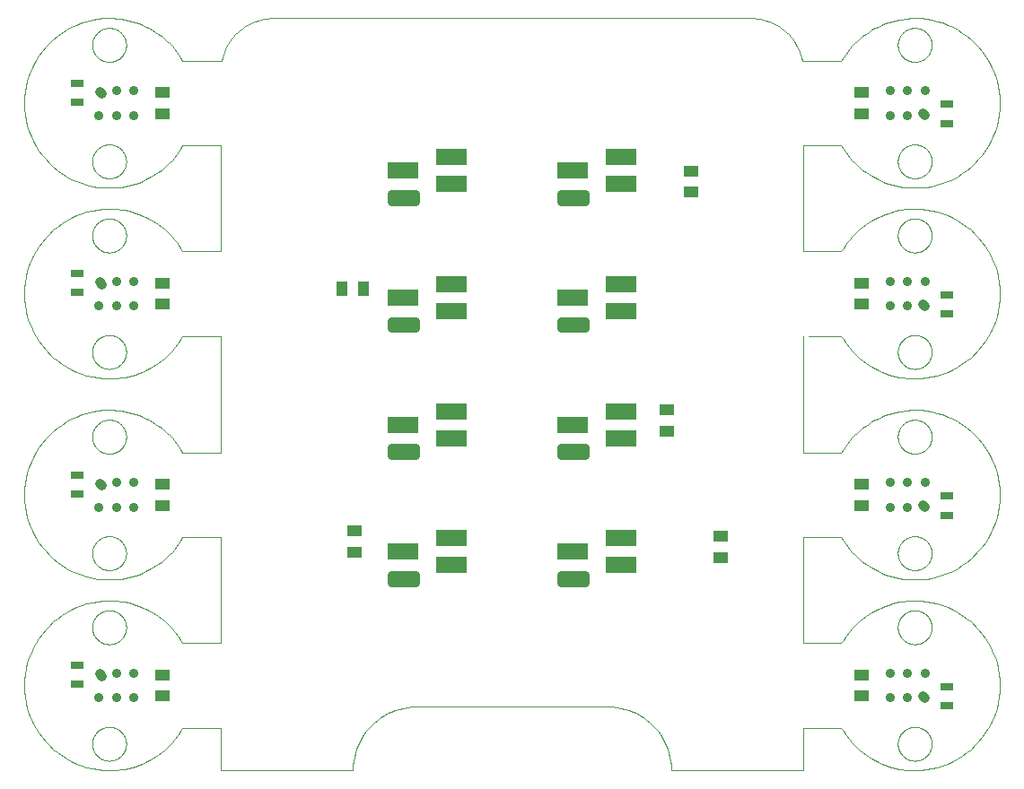
<source format=gtp>
G75*
%MOIN*%
%OFA0B0*%
%FSLAX25Y25*%
%IPPOS*%
%LPD*%
%AMOC8*
5,1,8,0,0,1.08239X$1,22.5*
%
%ADD10C,0.00000*%
%ADD11R,0.04724X0.03150*%
%ADD12C,0.02953*%
%ADD13R,0.11811X0.05906*%
%ADD14C,0.03583*%
%ADD15C,0.03583*%
%ADD16R,0.05512X0.04331*%
%ADD17R,0.04331X0.05512*%
D10*
X0022120Y0061838D02*
X0024098Y0061219D01*
X0026149Y0060800D01*
X0028199Y0060380D01*
X0030322Y0060160D01*
X0033953Y0060160D01*
X0035387Y0060259D01*
X0036791Y0060450D01*
X0038195Y0060642D01*
X0039570Y0060926D01*
X0040909Y0061297D01*
X0042248Y0061668D01*
X0043550Y0062124D01*
X0044811Y0062661D01*
X0046072Y0063198D01*
X0047291Y0063814D01*
X0049631Y0065195D01*
X0050752Y0065958D01*
X0051819Y0066789D01*
X0052886Y0067620D01*
X0053897Y0068518D01*
X0054848Y0069477D01*
X0055799Y0070436D01*
X0056688Y0071455D01*
X0058333Y0073603D01*
X0059087Y0074731D01*
X0059768Y0075908D01*
X0073831Y0075908D01*
X0073831Y0060160D01*
X0123044Y0060160D01*
X0123044Y0062011D01*
X0123208Y0063587D01*
X0123519Y0065109D01*
X0123831Y0066632D01*
X0124290Y0068100D01*
X0124882Y0069499D01*
X0125474Y0070898D01*
X0126198Y0072227D01*
X0127038Y0073471D01*
X0127879Y0074715D01*
X0128836Y0075874D01*
X0129894Y0076932D01*
X0130952Y0077990D01*
X0132111Y0078947D01*
X0133355Y0079788D01*
X0134599Y0080628D01*
X0135928Y0081352D01*
X0137327Y0081944D01*
X0138726Y0082536D01*
X0140194Y0082995D01*
X0141717Y0083307D01*
X0143239Y0083618D01*
X0144815Y0083782D01*
X0219383Y0083782D01*
X0220959Y0083618D01*
X0222482Y0083307D01*
X0224004Y0082995D01*
X0225472Y0082536D01*
X0226871Y0081944D01*
X0228270Y0081352D01*
X0229600Y0080628D01*
X0230844Y0079788D01*
X0232088Y0078947D01*
X0233247Y0077990D01*
X0235363Y0075874D01*
X0236320Y0074715D01*
X0237160Y0073471D01*
X0238001Y0072227D01*
X0238725Y0070898D01*
X0239317Y0069499D01*
X0239908Y0068100D01*
X0240368Y0066632D01*
X0240679Y0065109D01*
X0240991Y0063587D01*
X0241154Y0062011D01*
X0241154Y0060160D01*
X0290367Y0060160D01*
X0290367Y0075908D01*
X0304437Y0075908D01*
X0305118Y0074731D01*
X0305872Y0073603D01*
X0307516Y0071455D01*
X0308406Y0070436D01*
X0309357Y0069477D01*
X0310307Y0068518D01*
X0311319Y0067620D01*
X0312386Y0066789D01*
X0313453Y0065958D01*
X0314574Y0065195D01*
X0315744Y0064505D01*
X0316914Y0063814D01*
X0318133Y0063198D01*
X0319393Y0062661D01*
X0320654Y0062124D01*
X0321957Y0061668D01*
X0323296Y0061297D01*
X0324635Y0060926D01*
X0326009Y0060642D01*
X0328818Y0060259D01*
X0330252Y0060160D01*
X0333883Y0060160D01*
X0336006Y0060380D01*
X0338056Y0060800D01*
X0340107Y0061219D01*
X0342084Y0061838D01*
X0343968Y0062635D01*
X0345852Y0063432D01*
X0347643Y0064407D01*
X0349318Y0065539D01*
X0350994Y0066671D01*
X0352555Y0067960D01*
X0353980Y0069385D01*
X0355405Y0070810D01*
X0356694Y0072371D01*
X0358958Y0075722D01*
X0359933Y0077512D01*
X0361527Y0081280D01*
X0362145Y0083258D01*
X0362565Y0085308D01*
X0362984Y0087359D01*
X0363205Y0089482D01*
X0363205Y0093830D01*
X0362984Y0095953D01*
X0362565Y0098003D01*
X0362145Y0100054D01*
X0361527Y0102032D01*
X0360730Y0103916D01*
X0359933Y0105800D01*
X0358958Y0107590D01*
X0357826Y0109266D01*
X0356694Y0110941D01*
X0355405Y0112502D01*
X0352555Y0115352D01*
X0350994Y0116641D01*
X0347643Y0118905D01*
X0345852Y0119880D01*
X0343968Y0120677D01*
X0342084Y0121474D01*
X0340107Y0122092D01*
X0338056Y0122512D01*
X0336006Y0122932D01*
X0333883Y0123152D01*
X0330252Y0123152D01*
X0328818Y0123053D01*
X0327414Y0122861D01*
X0326009Y0122670D01*
X0324635Y0122385D01*
X0323296Y0122015D01*
X0321957Y0121644D01*
X0320654Y0121187D01*
X0319393Y0120651D01*
X0318133Y0120114D01*
X0316914Y0119497D01*
X0315744Y0118807D01*
X0314574Y0118117D01*
X0313453Y0117353D01*
X0312386Y0116523D01*
X0311319Y0115692D01*
X0310307Y0114794D01*
X0309357Y0113835D01*
X0308406Y0112876D01*
X0307516Y0111857D01*
X0305872Y0109709D01*
X0305118Y0108580D01*
X0304437Y0107404D01*
X0290367Y0107404D01*
X0290367Y0146772D01*
X0304437Y0146772D01*
X0305118Y0145595D01*
X0305872Y0144467D01*
X0307516Y0142319D01*
X0308406Y0141299D01*
X0309357Y0140341D01*
X0310307Y0139382D01*
X0311319Y0138484D01*
X0312386Y0137653D01*
X0313453Y0136822D01*
X0314574Y0136059D01*
X0315744Y0135368D01*
X0316914Y0134678D01*
X0318133Y0134062D01*
X0319393Y0133525D01*
X0320654Y0132988D01*
X0321957Y0132531D01*
X0323296Y0132161D01*
X0324635Y0131790D01*
X0326009Y0131506D01*
X0327414Y0131314D01*
X0328818Y0131123D01*
X0330252Y0131024D01*
X0333883Y0131024D01*
X0336006Y0131244D01*
X0338056Y0131664D01*
X0340107Y0132083D01*
X0342084Y0132702D01*
X0343968Y0133499D01*
X0345852Y0134296D01*
X0347643Y0135271D01*
X0349318Y0136403D01*
X0350994Y0137535D01*
X0352555Y0138824D01*
X0355405Y0141674D01*
X0356694Y0143234D01*
X0357826Y0144910D01*
X0358958Y0146586D01*
X0359933Y0148376D01*
X0360730Y0150260D01*
X0361527Y0152144D01*
X0362145Y0154122D01*
X0362565Y0156172D01*
X0362984Y0158223D01*
X0363205Y0160345D01*
X0363205Y0164694D01*
X0362984Y0166817D01*
X0362565Y0168867D01*
X0362145Y0170918D01*
X0361527Y0172895D01*
X0359933Y0176664D01*
X0358958Y0178454D01*
X0356694Y0181805D01*
X0355405Y0183366D01*
X0352555Y0186216D01*
X0350994Y0187505D01*
X0347643Y0189769D01*
X0345852Y0190744D01*
X0343968Y0191541D01*
X0342084Y0192338D01*
X0340107Y0192956D01*
X0338056Y0193376D01*
X0336006Y0193795D01*
X0333883Y0194016D01*
X0330252Y0194016D01*
X0328818Y0193917D01*
X0326009Y0193533D01*
X0324635Y0193249D01*
X0321957Y0192508D01*
X0320654Y0192051D01*
X0319393Y0191515D01*
X0318133Y0190978D01*
X0316914Y0190361D01*
X0315744Y0189671D01*
X0314574Y0188981D01*
X0313453Y0188217D01*
X0312386Y0187386D01*
X0311319Y0186556D01*
X0310307Y0185658D01*
X0309357Y0184699D01*
X0308406Y0183740D01*
X0307516Y0182721D01*
X0306694Y0181647D01*
X0305872Y0180573D01*
X0305118Y0179444D01*
X0304437Y0178268D01*
X0290367Y0178268D01*
X0290367Y0221575D01*
X0292126Y0221575D02*
X0304437Y0221575D01*
X0305118Y0220398D01*
X0305872Y0219270D01*
X0307516Y0217122D01*
X0308406Y0216103D01*
X0309357Y0215144D01*
X0310307Y0214185D01*
X0311319Y0213287D01*
X0312386Y0212456D01*
X0313453Y0211625D01*
X0314574Y0210862D01*
X0315744Y0210172D01*
X0316914Y0209481D01*
X0318133Y0208865D01*
X0319393Y0208328D01*
X0320654Y0207791D01*
X0321957Y0207335D01*
X0323296Y0206964D01*
X0324635Y0206593D01*
X0326009Y0206309D01*
X0327414Y0206118D01*
X0328818Y0205926D01*
X0330252Y0205827D01*
X0333883Y0205827D01*
X0336006Y0206047D01*
X0338056Y0206467D01*
X0340107Y0206886D01*
X0342084Y0207505D01*
X0343968Y0208302D01*
X0345852Y0209099D01*
X0347643Y0210074D01*
X0350994Y0212338D01*
X0352555Y0213627D01*
X0355405Y0216477D01*
X0356694Y0218038D01*
X0357826Y0219713D01*
X0358958Y0221389D01*
X0359933Y0223179D01*
X0361527Y0226947D01*
X0362145Y0228925D01*
X0362565Y0230975D01*
X0362984Y0233026D01*
X0363205Y0235149D01*
X0363205Y0239497D01*
X0362984Y0241620D01*
X0362565Y0243670D01*
X0362145Y0245721D01*
X0361527Y0247698D01*
X0360730Y0249583D01*
X0359933Y0251467D01*
X0358958Y0253257D01*
X0357826Y0254933D01*
X0356694Y0256608D01*
X0355405Y0258169D01*
X0353980Y0259594D01*
X0352555Y0261019D01*
X0350994Y0262308D01*
X0347643Y0264572D01*
X0345852Y0265547D01*
X0343968Y0266344D01*
X0342084Y0267141D01*
X0340107Y0267759D01*
X0338056Y0268179D01*
X0336006Y0268599D01*
X0333883Y0268819D01*
X0330252Y0268819D01*
X0328818Y0268720D01*
X0326009Y0268337D01*
X0324635Y0268052D01*
X0321957Y0267311D01*
X0320654Y0266854D01*
X0319393Y0266318D01*
X0318133Y0265781D01*
X0316914Y0265164D01*
X0315744Y0264474D01*
X0314574Y0263784D01*
X0313453Y0263020D01*
X0312386Y0262190D01*
X0311319Y0261359D01*
X0310307Y0260461D01*
X0309357Y0259502D01*
X0308406Y0258543D01*
X0307516Y0257524D01*
X0306694Y0256450D01*
X0305872Y0255376D01*
X0305118Y0254247D01*
X0304437Y0253071D01*
X0290367Y0253071D01*
X0290367Y0292443D01*
X0304437Y0292443D01*
X0305118Y0291267D01*
X0305872Y0290138D01*
X0307516Y0287991D01*
X0308406Y0286971D01*
X0309357Y0286012D01*
X0310307Y0285053D01*
X0311319Y0284155D01*
X0312386Y0283325D01*
X0313453Y0282494D01*
X0314574Y0281730D01*
X0315744Y0281040D01*
X0316914Y0280350D01*
X0318133Y0279733D01*
X0320654Y0278660D01*
X0321957Y0278203D01*
X0324635Y0277462D01*
X0326009Y0277178D01*
X0327414Y0276986D01*
X0328818Y0276794D01*
X0330252Y0276695D01*
X0333883Y0276695D01*
X0336006Y0276916D01*
X0338056Y0277335D01*
X0340107Y0277755D01*
X0342084Y0278373D01*
X0343968Y0279170D01*
X0345852Y0279967D01*
X0347643Y0280942D01*
X0349318Y0282074D01*
X0350994Y0283206D01*
X0352555Y0284495D01*
X0353980Y0285920D01*
X0355405Y0287345D01*
X0356694Y0288906D01*
X0358958Y0292257D01*
X0359933Y0294048D01*
X0360730Y0295932D01*
X0361527Y0297816D01*
X0362145Y0299794D01*
X0362565Y0301844D01*
X0362984Y0303894D01*
X0363205Y0306017D01*
X0363205Y0310366D01*
X0362984Y0312489D01*
X0362565Y0314539D01*
X0362145Y0316589D01*
X0361527Y0318567D01*
X0359933Y0322335D01*
X0358958Y0324126D01*
X0356694Y0327477D01*
X0355405Y0329038D01*
X0353980Y0330462D01*
X0352555Y0331887D01*
X0350994Y0333176D01*
X0349318Y0334308D01*
X0347643Y0335440D01*
X0345852Y0336415D01*
X0343968Y0337212D01*
X0342084Y0338009D01*
X0340107Y0338628D01*
X0338056Y0339048D01*
X0336006Y0339467D01*
X0333883Y0339687D01*
X0330252Y0339687D01*
X0328818Y0339588D01*
X0326009Y0339205D01*
X0324635Y0338921D01*
X0323296Y0338550D01*
X0321957Y0338180D01*
X0320654Y0337723D01*
X0319393Y0337186D01*
X0318133Y0336649D01*
X0316914Y0336033D01*
X0315744Y0335343D01*
X0314574Y0334653D01*
X0313453Y0333889D01*
X0312386Y0333058D01*
X0311319Y0332227D01*
X0310307Y0331329D01*
X0309357Y0330370D01*
X0308406Y0329412D01*
X0307516Y0328392D01*
X0305872Y0326244D01*
X0305118Y0325116D01*
X0304437Y0323939D01*
X0289972Y0323939D01*
X0289744Y0325062D01*
X0289420Y0326151D01*
X0289010Y0327196D01*
X0288599Y0328241D01*
X0288102Y0329242D01*
X0286952Y0331139D01*
X0286299Y0332036D01*
X0285578Y0332871D01*
X0284856Y0333706D01*
X0284065Y0334479D01*
X0283214Y0335183D01*
X0282363Y0335886D01*
X0281452Y0336519D01*
X0280489Y0337074D01*
X0279527Y0337628D01*
X0278513Y0338103D01*
X0277457Y0338490D01*
X0276401Y0338877D01*
X0275302Y0339177D01*
X0274170Y0339379D01*
X0273038Y0339582D01*
X0271872Y0339687D01*
X0092326Y0339687D01*
X0091160Y0339582D01*
X0090028Y0339379D01*
X0088896Y0339177D01*
X0087798Y0338877D01*
X0086741Y0338490D01*
X0085685Y0338103D01*
X0084671Y0337628D01*
X0083709Y0337074D01*
X0082747Y0336519D01*
X0081835Y0335886D01*
X0080984Y0335183D01*
X0080133Y0334479D01*
X0079343Y0333706D01*
X0078621Y0332871D01*
X0077899Y0332036D01*
X0077246Y0331139D01*
X0076096Y0329242D01*
X0075599Y0328241D01*
X0075189Y0327196D01*
X0074778Y0326151D01*
X0074455Y0325062D01*
X0074227Y0323939D01*
X0059768Y0323939D01*
X0059087Y0325116D01*
X0058333Y0326244D01*
X0057511Y0327318D01*
X0056688Y0328392D01*
X0055799Y0329412D01*
X0054848Y0330370D01*
X0053897Y0331329D01*
X0052886Y0332227D01*
X0051819Y0333058D01*
X0050752Y0333889D01*
X0049631Y0334653D01*
X0047291Y0336033D01*
X0046072Y0336649D01*
X0044811Y0337186D01*
X0043550Y0337723D01*
X0042248Y0338180D01*
X0040909Y0338550D01*
X0039570Y0338921D01*
X0038195Y0339205D01*
X0036791Y0339397D01*
X0035387Y0339588D01*
X0033953Y0339687D01*
X0030322Y0339687D01*
X0028199Y0339467D01*
X0026149Y0339047D01*
X0024098Y0338628D01*
X0022120Y0338009D01*
X0020236Y0337212D01*
X0018352Y0336415D01*
X0016562Y0335440D01*
X0013211Y0333176D01*
X0011650Y0331887D01*
X0010225Y0330462D01*
X0008800Y0329037D01*
X0007511Y0327477D01*
X0006379Y0325801D01*
X0005247Y0324125D01*
X0004272Y0322335D01*
X0002678Y0318567D01*
X0002059Y0316589D01*
X0001640Y0314539D01*
X0001220Y0312489D01*
X0001000Y0310366D01*
X0001000Y0306017D01*
X0001220Y0303894D01*
X0001640Y0301844D01*
X0002059Y0299793D01*
X0002678Y0297816D01*
X0003475Y0295932D01*
X0004272Y0294048D01*
X0005247Y0292257D01*
X0006379Y0290582D01*
X0007511Y0288906D01*
X0008800Y0287345D01*
X0010225Y0285920D01*
X0011650Y0284495D01*
X0013211Y0283206D01*
X0016562Y0280942D01*
X0018352Y0279967D01*
X0020236Y0279170D01*
X0022120Y0278373D01*
X0024098Y0277755D01*
X0026149Y0277335D01*
X0028199Y0276916D01*
X0030322Y0276695D01*
X0033953Y0276695D01*
X0035387Y0276794D01*
X0036791Y0276986D01*
X0038195Y0277178D01*
X0039570Y0277462D01*
X0040909Y0277832D01*
X0042248Y0278203D01*
X0043550Y0278660D01*
X0044811Y0279197D01*
X0046072Y0279733D01*
X0047291Y0280350D01*
X0049631Y0281730D01*
X0050752Y0282494D01*
X0051819Y0283325D01*
X0052886Y0284155D01*
X0053897Y0285053D01*
X0054848Y0286012D01*
X0055799Y0286971D01*
X0056688Y0287991D01*
X0057511Y0289064D01*
X0058333Y0290138D01*
X0059087Y0291267D01*
X0059768Y0292443D01*
X0073831Y0292443D01*
X0073831Y0253071D01*
X0059768Y0253071D01*
X0059087Y0254247D01*
X0058333Y0255376D01*
X0057510Y0256450D01*
X0056688Y0257524D01*
X0055799Y0258543D01*
X0054848Y0259502D01*
X0053897Y0260461D01*
X0052886Y0261359D01*
X0051819Y0262190D01*
X0050752Y0263020D01*
X0049631Y0263784D01*
X0047290Y0265164D01*
X0046072Y0265781D01*
X0044811Y0266318D01*
X0043550Y0266854D01*
X0042248Y0267311D01*
X0040909Y0267682D01*
X0039570Y0268052D01*
X0038195Y0268337D01*
X0036791Y0268528D01*
X0035387Y0268720D01*
X0033953Y0268819D01*
X0030322Y0268819D01*
X0028199Y0268599D01*
X0026149Y0268179D01*
X0024098Y0267759D01*
X0022120Y0267141D01*
X0020236Y0266344D01*
X0018352Y0265547D01*
X0016562Y0264572D01*
X0014886Y0263440D01*
X0013211Y0262308D01*
X0011650Y0261019D01*
X0010225Y0259594D01*
X0008800Y0258169D01*
X0007511Y0256608D01*
X0006379Y0254933D01*
X0005247Y0253257D01*
X0004272Y0251467D01*
X0002678Y0247698D01*
X0002059Y0245721D01*
X0001640Y0243670D01*
X0001220Y0241620D01*
X0001000Y0239497D01*
X0001000Y0235149D01*
X0001220Y0233026D01*
X0001640Y0230975D01*
X0002059Y0228925D01*
X0002678Y0226947D01*
X0003475Y0225063D01*
X0004272Y0223179D01*
X0005247Y0221389D01*
X0006379Y0219713D01*
X0007511Y0218037D01*
X0008800Y0216477D01*
X0011650Y0213627D01*
X0013211Y0212338D01*
X0014886Y0211206D01*
X0016562Y0210074D01*
X0018352Y0209099D01*
X0020236Y0208302D01*
X0022120Y0207505D01*
X0024098Y0206886D01*
X0026149Y0206467D01*
X0028199Y0206047D01*
X0030322Y0205827D01*
X0033953Y0205827D01*
X0035387Y0205926D01*
X0036791Y0206117D01*
X0038195Y0206309D01*
X0039570Y0206593D01*
X0040909Y0206964D01*
X0042248Y0207334D01*
X0043550Y0207791D01*
X0044811Y0208328D01*
X0046072Y0208865D01*
X0047291Y0209481D01*
X0049631Y0210862D01*
X0050752Y0211625D01*
X0051819Y0212456D01*
X0052886Y0213287D01*
X0053897Y0214185D01*
X0054848Y0215144D01*
X0055799Y0216102D01*
X0056688Y0217122D01*
X0058333Y0219270D01*
X0059087Y0220398D01*
X0059768Y0221575D01*
X0073831Y0221575D01*
X0073831Y0178268D01*
X0059768Y0178268D01*
X0059087Y0179444D01*
X0058333Y0180573D01*
X0057511Y0181647D01*
X0056688Y0182721D01*
X0055799Y0183740D01*
X0054848Y0184699D01*
X0053897Y0185658D01*
X0052886Y0186556D01*
X0051819Y0187386D01*
X0050752Y0188217D01*
X0049631Y0188981D01*
X0047291Y0190361D01*
X0046072Y0190978D01*
X0044811Y0191515D01*
X0043550Y0192051D01*
X0042248Y0192508D01*
X0039570Y0193249D01*
X0038195Y0193533D01*
X0036791Y0193725D01*
X0035387Y0193917D01*
X0033953Y0194016D01*
X0030322Y0194016D01*
X0028199Y0193795D01*
X0026149Y0193376D01*
X0024098Y0192956D01*
X0022120Y0192338D01*
X0020236Y0191541D01*
X0018352Y0190744D01*
X0016562Y0189769D01*
X0014886Y0188637D01*
X0013211Y0187505D01*
X0011650Y0186216D01*
X0010225Y0184791D01*
X0008800Y0183366D01*
X0007511Y0181805D01*
X0006379Y0180129D01*
X0005247Y0178454D01*
X0004272Y0176663D01*
X0003475Y0174779D01*
X0002678Y0172895D01*
X0002059Y0170918D01*
X0001640Y0168867D01*
X0001220Y0166817D01*
X0001000Y0164694D01*
X0001000Y0160345D01*
X0001220Y0158222D01*
X0001640Y0156172D01*
X0002059Y0154122D01*
X0002678Y0152144D01*
X0004272Y0148376D01*
X0005247Y0146586D01*
X0006379Y0144910D01*
X0007511Y0143234D01*
X0008800Y0141674D01*
X0010225Y0140249D01*
X0011650Y0138824D01*
X0013211Y0137535D01*
X0016562Y0135271D01*
X0018352Y0134296D01*
X0020236Y0133499D01*
X0022120Y0132702D01*
X0024098Y0132083D01*
X0028199Y0131244D01*
X0030322Y0131024D01*
X0033953Y0131024D01*
X0035387Y0131123D01*
X0036791Y0131314D01*
X0038195Y0131506D01*
X0039570Y0131790D01*
X0040909Y0132161D01*
X0042248Y0132531D01*
X0043550Y0132988D01*
X0044811Y0133525D01*
X0046072Y0134062D01*
X0047291Y0134678D01*
X0049631Y0136059D01*
X0050752Y0136822D01*
X0051819Y0137653D01*
X0052886Y0138484D01*
X0053897Y0139382D01*
X0054848Y0140341D01*
X0055799Y0141299D01*
X0056688Y0142319D01*
X0058333Y0144467D01*
X0059087Y0145595D01*
X0059768Y0146772D01*
X0073831Y0146772D01*
X0073831Y0107404D01*
X0059768Y0107404D01*
X0059087Y0108580D01*
X0058333Y0109709D01*
X0056688Y0111857D01*
X0055799Y0112876D01*
X0054848Y0113835D01*
X0053897Y0114794D01*
X0052886Y0115692D01*
X0051819Y0116523D01*
X0050752Y0117353D01*
X0049631Y0118117D01*
X0047291Y0119497D01*
X0046072Y0120114D01*
X0044811Y0120651D01*
X0043550Y0121187D01*
X0042248Y0121644D01*
X0040909Y0122015D01*
X0039570Y0122385D01*
X0038195Y0122670D01*
X0036791Y0122861D01*
X0035387Y0123053D01*
X0033953Y0123152D01*
X0030322Y0123152D01*
X0028199Y0122932D01*
X0026149Y0122512D01*
X0024098Y0122092D01*
X0022120Y0121474D01*
X0020236Y0120677D01*
X0018352Y0119880D01*
X0016562Y0118905D01*
X0014886Y0117773D01*
X0013211Y0116641D01*
X0011650Y0115352D01*
X0010225Y0113927D01*
X0008800Y0112502D01*
X0007511Y0110941D01*
X0006379Y0109266D01*
X0005247Y0107590D01*
X0004272Y0105800D01*
X0003475Y0103916D01*
X0002678Y0102031D01*
X0002059Y0100054D01*
X0001640Y0098003D01*
X0001220Y0095953D01*
X0001000Y0093830D01*
X0001000Y0089481D01*
X0001220Y0087359D01*
X0001640Y0085308D01*
X0002059Y0083258D01*
X0002678Y0081280D01*
X0004272Y0077512D01*
X0005247Y0075722D01*
X0006379Y0074046D01*
X0007511Y0072371D01*
X0008800Y0070810D01*
X0010225Y0069385D01*
X0011650Y0067960D01*
X0013211Y0066671D01*
X0016562Y0064407D01*
X0018352Y0063432D01*
X0020236Y0062635D01*
X0022120Y0061838D01*
X0026197Y0069961D02*
X0026199Y0070119D01*
X0026205Y0070277D01*
X0026215Y0070435D01*
X0026229Y0070593D01*
X0026247Y0070750D01*
X0026268Y0070907D01*
X0026294Y0071063D01*
X0026324Y0071219D01*
X0026357Y0071374D01*
X0026395Y0071527D01*
X0026436Y0071680D01*
X0026481Y0071832D01*
X0026530Y0071983D01*
X0026583Y0072132D01*
X0026639Y0072280D01*
X0026699Y0072426D01*
X0026763Y0072571D01*
X0026831Y0072714D01*
X0026902Y0072856D01*
X0026976Y0072996D01*
X0027054Y0073133D01*
X0027136Y0073269D01*
X0027220Y0073403D01*
X0027309Y0073534D01*
X0027400Y0073663D01*
X0027495Y0073790D01*
X0027592Y0073915D01*
X0027693Y0074037D01*
X0027797Y0074156D01*
X0027904Y0074273D01*
X0028014Y0074387D01*
X0028127Y0074498D01*
X0028242Y0074607D01*
X0028360Y0074712D01*
X0028481Y0074814D01*
X0028604Y0074914D01*
X0028730Y0075010D01*
X0028858Y0075103D01*
X0028988Y0075193D01*
X0029121Y0075279D01*
X0029256Y0075363D01*
X0029392Y0075442D01*
X0029531Y0075519D01*
X0029672Y0075591D01*
X0029814Y0075661D01*
X0029958Y0075726D01*
X0030104Y0075788D01*
X0030251Y0075846D01*
X0030400Y0075901D01*
X0030550Y0075952D01*
X0030701Y0075999D01*
X0030853Y0076042D01*
X0031006Y0076081D01*
X0031161Y0076117D01*
X0031316Y0076148D01*
X0031472Y0076176D01*
X0031628Y0076200D01*
X0031785Y0076220D01*
X0031943Y0076236D01*
X0032100Y0076248D01*
X0032259Y0076256D01*
X0032417Y0076260D01*
X0032575Y0076260D01*
X0032733Y0076256D01*
X0032892Y0076248D01*
X0033049Y0076236D01*
X0033207Y0076220D01*
X0033364Y0076200D01*
X0033520Y0076176D01*
X0033676Y0076148D01*
X0033831Y0076117D01*
X0033986Y0076081D01*
X0034139Y0076042D01*
X0034291Y0075999D01*
X0034442Y0075952D01*
X0034592Y0075901D01*
X0034741Y0075846D01*
X0034888Y0075788D01*
X0035034Y0075726D01*
X0035178Y0075661D01*
X0035320Y0075591D01*
X0035461Y0075519D01*
X0035600Y0075442D01*
X0035736Y0075363D01*
X0035871Y0075279D01*
X0036004Y0075193D01*
X0036134Y0075103D01*
X0036262Y0075010D01*
X0036388Y0074914D01*
X0036511Y0074814D01*
X0036632Y0074712D01*
X0036750Y0074607D01*
X0036865Y0074498D01*
X0036978Y0074387D01*
X0037088Y0074273D01*
X0037195Y0074156D01*
X0037299Y0074037D01*
X0037400Y0073915D01*
X0037497Y0073790D01*
X0037592Y0073663D01*
X0037683Y0073534D01*
X0037772Y0073403D01*
X0037856Y0073269D01*
X0037938Y0073133D01*
X0038016Y0072996D01*
X0038090Y0072856D01*
X0038161Y0072714D01*
X0038229Y0072571D01*
X0038293Y0072426D01*
X0038353Y0072280D01*
X0038409Y0072132D01*
X0038462Y0071983D01*
X0038511Y0071832D01*
X0038556Y0071680D01*
X0038597Y0071527D01*
X0038635Y0071374D01*
X0038668Y0071219D01*
X0038698Y0071063D01*
X0038724Y0070907D01*
X0038745Y0070750D01*
X0038763Y0070593D01*
X0038777Y0070435D01*
X0038787Y0070277D01*
X0038793Y0070119D01*
X0038795Y0069961D01*
X0038793Y0069803D01*
X0038787Y0069645D01*
X0038777Y0069487D01*
X0038763Y0069329D01*
X0038745Y0069172D01*
X0038724Y0069015D01*
X0038698Y0068859D01*
X0038668Y0068703D01*
X0038635Y0068548D01*
X0038597Y0068395D01*
X0038556Y0068242D01*
X0038511Y0068090D01*
X0038462Y0067939D01*
X0038409Y0067790D01*
X0038353Y0067642D01*
X0038293Y0067496D01*
X0038229Y0067351D01*
X0038161Y0067208D01*
X0038090Y0067066D01*
X0038016Y0066926D01*
X0037938Y0066789D01*
X0037856Y0066653D01*
X0037772Y0066519D01*
X0037683Y0066388D01*
X0037592Y0066259D01*
X0037497Y0066132D01*
X0037400Y0066007D01*
X0037299Y0065885D01*
X0037195Y0065766D01*
X0037088Y0065649D01*
X0036978Y0065535D01*
X0036865Y0065424D01*
X0036750Y0065315D01*
X0036632Y0065210D01*
X0036511Y0065108D01*
X0036388Y0065008D01*
X0036262Y0064912D01*
X0036134Y0064819D01*
X0036004Y0064729D01*
X0035871Y0064643D01*
X0035736Y0064559D01*
X0035600Y0064480D01*
X0035461Y0064403D01*
X0035320Y0064331D01*
X0035178Y0064261D01*
X0035034Y0064196D01*
X0034888Y0064134D01*
X0034741Y0064076D01*
X0034592Y0064021D01*
X0034442Y0063970D01*
X0034291Y0063923D01*
X0034139Y0063880D01*
X0033986Y0063841D01*
X0033831Y0063805D01*
X0033676Y0063774D01*
X0033520Y0063746D01*
X0033364Y0063722D01*
X0033207Y0063702D01*
X0033049Y0063686D01*
X0032892Y0063674D01*
X0032733Y0063666D01*
X0032575Y0063662D01*
X0032417Y0063662D01*
X0032259Y0063666D01*
X0032100Y0063674D01*
X0031943Y0063686D01*
X0031785Y0063702D01*
X0031628Y0063722D01*
X0031472Y0063746D01*
X0031316Y0063774D01*
X0031161Y0063805D01*
X0031006Y0063841D01*
X0030853Y0063880D01*
X0030701Y0063923D01*
X0030550Y0063970D01*
X0030400Y0064021D01*
X0030251Y0064076D01*
X0030104Y0064134D01*
X0029958Y0064196D01*
X0029814Y0064261D01*
X0029672Y0064331D01*
X0029531Y0064403D01*
X0029392Y0064480D01*
X0029256Y0064559D01*
X0029121Y0064643D01*
X0028988Y0064729D01*
X0028858Y0064819D01*
X0028730Y0064912D01*
X0028604Y0065008D01*
X0028481Y0065108D01*
X0028360Y0065210D01*
X0028242Y0065315D01*
X0028127Y0065424D01*
X0028014Y0065535D01*
X0027904Y0065649D01*
X0027797Y0065766D01*
X0027693Y0065885D01*
X0027592Y0066007D01*
X0027495Y0066132D01*
X0027400Y0066259D01*
X0027309Y0066388D01*
X0027220Y0066519D01*
X0027136Y0066653D01*
X0027054Y0066789D01*
X0026976Y0066926D01*
X0026902Y0067066D01*
X0026831Y0067208D01*
X0026763Y0067351D01*
X0026699Y0067496D01*
X0026639Y0067642D01*
X0026583Y0067790D01*
X0026530Y0067939D01*
X0026481Y0068090D01*
X0026436Y0068242D01*
X0026395Y0068395D01*
X0026357Y0068548D01*
X0026324Y0068703D01*
X0026294Y0068859D01*
X0026268Y0069015D01*
X0026247Y0069172D01*
X0026229Y0069329D01*
X0026215Y0069487D01*
X0026205Y0069645D01*
X0026199Y0069803D01*
X0026197Y0069961D01*
X0026197Y0113268D02*
X0026199Y0113426D01*
X0026205Y0113584D01*
X0026215Y0113742D01*
X0026229Y0113900D01*
X0026247Y0114057D01*
X0026268Y0114214D01*
X0026294Y0114370D01*
X0026324Y0114526D01*
X0026357Y0114681D01*
X0026395Y0114834D01*
X0026436Y0114987D01*
X0026481Y0115139D01*
X0026530Y0115290D01*
X0026583Y0115439D01*
X0026639Y0115587D01*
X0026699Y0115733D01*
X0026763Y0115878D01*
X0026831Y0116021D01*
X0026902Y0116163D01*
X0026976Y0116303D01*
X0027054Y0116440D01*
X0027136Y0116576D01*
X0027220Y0116710D01*
X0027309Y0116841D01*
X0027400Y0116970D01*
X0027495Y0117097D01*
X0027592Y0117222D01*
X0027693Y0117344D01*
X0027797Y0117463D01*
X0027904Y0117580D01*
X0028014Y0117694D01*
X0028127Y0117805D01*
X0028242Y0117914D01*
X0028360Y0118019D01*
X0028481Y0118121D01*
X0028604Y0118221D01*
X0028730Y0118317D01*
X0028858Y0118410D01*
X0028988Y0118500D01*
X0029121Y0118586D01*
X0029256Y0118670D01*
X0029392Y0118749D01*
X0029531Y0118826D01*
X0029672Y0118898D01*
X0029814Y0118968D01*
X0029958Y0119033D01*
X0030104Y0119095D01*
X0030251Y0119153D01*
X0030400Y0119208D01*
X0030550Y0119259D01*
X0030701Y0119306D01*
X0030853Y0119349D01*
X0031006Y0119388D01*
X0031161Y0119424D01*
X0031316Y0119455D01*
X0031472Y0119483D01*
X0031628Y0119507D01*
X0031785Y0119527D01*
X0031943Y0119543D01*
X0032100Y0119555D01*
X0032259Y0119563D01*
X0032417Y0119567D01*
X0032575Y0119567D01*
X0032733Y0119563D01*
X0032892Y0119555D01*
X0033049Y0119543D01*
X0033207Y0119527D01*
X0033364Y0119507D01*
X0033520Y0119483D01*
X0033676Y0119455D01*
X0033831Y0119424D01*
X0033986Y0119388D01*
X0034139Y0119349D01*
X0034291Y0119306D01*
X0034442Y0119259D01*
X0034592Y0119208D01*
X0034741Y0119153D01*
X0034888Y0119095D01*
X0035034Y0119033D01*
X0035178Y0118968D01*
X0035320Y0118898D01*
X0035461Y0118826D01*
X0035600Y0118749D01*
X0035736Y0118670D01*
X0035871Y0118586D01*
X0036004Y0118500D01*
X0036134Y0118410D01*
X0036262Y0118317D01*
X0036388Y0118221D01*
X0036511Y0118121D01*
X0036632Y0118019D01*
X0036750Y0117914D01*
X0036865Y0117805D01*
X0036978Y0117694D01*
X0037088Y0117580D01*
X0037195Y0117463D01*
X0037299Y0117344D01*
X0037400Y0117222D01*
X0037497Y0117097D01*
X0037592Y0116970D01*
X0037683Y0116841D01*
X0037772Y0116710D01*
X0037856Y0116576D01*
X0037938Y0116440D01*
X0038016Y0116303D01*
X0038090Y0116163D01*
X0038161Y0116021D01*
X0038229Y0115878D01*
X0038293Y0115733D01*
X0038353Y0115587D01*
X0038409Y0115439D01*
X0038462Y0115290D01*
X0038511Y0115139D01*
X0038556Y0114987D01*
X0038597Y0114834D01*
X0038635Y0114681D01*
X0038668Y0114526D01*
X0038698Y0114370D01*
X0038724Y0114214D01*
X0038745Y0114057D01*
X0038763Y0113900D01*
X0038777Y0113742D01*
X0038787Y0113584D01*
X0038793Y0113426D01*
X0038795Y0113268D01*
X0038793Y0113110D01*
X0038787Y0112952D01*
X0038777Y0112794D01*
X0038763Y0112636D01*
X0038745Y0112479D01*
X0038724Y0112322D01*
X0038698Y0112166D01*
X0038668Y0112010D01*
X0038635Y0111855D01*
X0038597Y0111702D01*
X0038556Y0111549D01*
X0038511Y0111397D01*
X0038462Y0111246D01*
X0038409Y0111097D01*
X0038353Y0110949D01*
X0038293Y0110803D01*
X0038229Y0110658D01*
X0038161Y0110515D01*
X0038090Y0110373D01*
X0038016Y0110233D01*
X0037938Y0110096D01*
X0037856Y0109960D01*
X0037772Y0109826D01*
X0037683Y0109695D01*
X0037592Y0109566D01*
X0037497Y0109439D01*
X0037400Y0109314D01*
X0037299Y0109192D01*
X0037195Y0109073D01*
X0037088Y0108956D01*
X0036978Y0108842D01*
X0036865Y0108731D01*
X0036750Y0108622D01*
X0036632Y0108517D01*
X0036511Y0108415D01*
X0036388Y0108315D01*
X0036262Y0108219D01*
X0036134Y0108126D01*
X0036004Y0108036D01*
X0035871Y0107950D01*
X0035736Y0107866D01*
X0035600Y0107787D01*
X0035461Y0107710D01*
X0035320Y0107638D01*
X0035178Y0107568D01*
X0035034Y0107503D01*
X0034888Y0107441D01*
X0034741Y0107383D01*
X0034592Y0107328D01*
X0034442Y0107277D01*
X0034291Y0107230D01*
X0034139Y0107187D01*
X0033986Y0107148D01*
X0033831Y0107112D01*
X0033676Y0107081D01*
X0033520Y0107053D01*
X0033364Y0107029D01*
X0033207Y0107009D01*
X0033049Y0106993D01*
X0032892Y0106981D01*
X0032733Y0106973D01*
X0032575Y0106969D01*
X0032417Y0106969D01*
X0032259Y0106973D01*
X0032100Y0106981D01*
X0031943Y0106993D01*
X0031785Y0107009D01*
X0031628Y0107029D01*
X0031472Y0107053D01*
X0031316Y0107081D01*
X0031161Y0107112D01*
X0031006Y0107148D01*
X0030853Y0107187D01*
X0030701Y0107230D01*
X0030550Y0107277D01*
X0030400Y0107328D01*
X0030251Y0107383D01*
X0030104Y0107441D01*
X0029958Y0107503D01*
X0029814Y0107568D01*
X0029672Y0107638D01*
X0029531Y0107710D01*
X0029392Y0107787D01*
X0029256Y0107866D01*
X0029121Y0107950D01*
X0028988Y0108036D01*
X0028858Y0108126D01*
X0028730Y0108219D01*
X0028604Y0108315D01*
X0028481Y0108415D01*
X0028360Y0108517D01*
X0028242Y0108622D01*
X0028127Y0108731D01*
X0028014Y0108842D01*
X0027904Y0108956D01*
X0027797Y0109073D01*
X0027693Y0109192D01*
X0027592Y0109314D01*
X0027495Y0109439D01*
X0027400Y0109566D01*
X0027309Y0109695D01*
X0027220Y0109826D01*
X0027136Y0109960D01*
X0027054Y0110096D01*
X0026976Y0110233D01*
X0026902Y0110373D01*
X0026831Y0110515D01*
X0026763Y0110658D01*
X0026699Y0110803D01*
X0026639Y0110949D01*
X0026583Y0111097D01*
X0026530Y0111246D01*
X0026481Y0111397D01*
X0026436Y0111549D01*
X0026395Y0111702D01*
X0026357Y0111855D01*
X0026324Y0112010D01*
X0026294Y0112166D01*
X0026268Y0112322D01*
X0026247Y0112479D01*
X0026229Y0112636D01*
X0026215Y0112794D01*
X0026205Y0112952D01*
X0026199Y0113110D01*
X0026197Y0113268D01*
X0026197Y0140827D02*
X0026199Y0140985D01*
X0026205Y0141143D01*
X0026215Y0141301D01*
X0026229Y0141459D01*
X0026247Y0141616D01*
X0026268Y0141773D01*
X0026294Y0141929D01*
X0026324Y0142085D01*
X0026357Y0142240D01*
X0026395Y0142393D01*
X0026436Y0142546D01*
X0026481Y0142698D01*
X0026530Y0142849D01*
X0026583Y0142998D01*
X0026639Y0143146D01*
X0026699Y0143292D01*
X0026763Y0143437D01*
X0026831Y0143580D01*
X0026902Y0143722D01*
X0026976Y0143862D01*
X0027054Y0143999D01*
X0027136Y0144135D01*
X0027220Y0144269D01*
X0027309Y0144400D01*
X0027400Y0144529D01*
X0027495Y0144656D01*
X0027592Y0144781D01*
X0027693Y0144903D01*
X0027797Y0145022D01*
X0027904Y0145139D01*
X0028014Y0145253D01*
X0028127Y0145364D01*
X0028242Y0145473D01*
X0028360Y0145578D01*
X0028481Y0145680D01*
X0028604Y0145780D01*
X0028730Y0145876D01*
X0028858Y0145969D01*
X0028988Y0146059D01*
X0029121Y0146145D01*
X0029256Y0146229D01*
X0029392Y0146308D01*
X0029531Y0146385D01*
X0029672Y0146457D01*
X0029814Y0146527D01*
X0029958Y0146592D01*
X0030104Y0146654D01*
X0030251Y0146712D01*
X0030400Y0146767D01*
X0030550Y0146818D01*
X0030701Y0146865D01*
X0030853Y0146908D01*
X0031006Y0146947D01*
X0031161Y0146983D01*
X0031316Y0147014D01*
X0031472Y0147042D01*
X0031628Y0147066D01*
X0031785Y0147086D01*
X0031943Y0147102D01*
X0032100Y0147114D01*
X0032259Y0147122D01*
X0032417Y0147126D01*
X0032575Y0147126D01*
X0032733Y0147122D01*
X0032892Y0147114D01*
X0033049Y0147102D01*
X0033207Y0147086D01*
X0033364Y0147066D01*
X0033520Y0147042D01*
X0033676Y0147014D01*
X0033831Y0146983D01*
X0033986Y0146947D01*
X0034139Y0146908D01*
X0034291Y0146865D01*
X0034442Y0146818D01*
X0034592Y0146767D01*
X0034741Y0146712D01*
X0034888Y0146654D01*
X0035034Y0146592D01*
X0035178Y0146527D01*
X0035320Y0146457D01*
X0035461Y0146385D01*
X0035600Y0146308D01*
X0035736Y0146229D01*
X0035871Y0146145D01*
X0036004Y0146059D01*
X0036134Y0145969D01*
X0036262Y0145876D01*
X0036388Y0145780D01*
X0036511Y0145680D01*
X0036632Y0145578D01*
X0036750Y0145473D01*
X0036865Y0145364D01*
X0036978Y0145253D01*
X0037088Y0145139D01*
X0037195Y0145022D01*
X0037299Y0144903D01*
X0037400Y0144781D01*
X0037497Y0144656D01*
X0037592Y0144529D01*
X0037683Y0144400D01*
X0037772Y0144269D01*
X0037856Y0144135D01*
X0037938Y0143999D01*
X0038016Y0143862D01*
X0038090Y0143722D01*
X0038161Y0143580D01*
X0038229Y0143437D01*
X0038293Y0143292D01*
X0038353Y0143146D01*
X0038409Y0142998D01*
X0038462Y0142849D01*
X0038511Y0142698D01*
X0038556Y0142546D01*
X0038597Y0142393D01*
X0038635Y0142240D01*
X0038668Y0142085D01*
X0038698Y0141929D01*
X0038724Y0141773D01*
X0038745Y0141616D01*
X0038763Y0141459D01*
X0038777Y0141301D01*
X0038787Y0141143D01*
X0038793Y0140985D01*
X0038795Y0140827D01*
X0038793Y0140669D01*
X0038787Y0140511D01*
X0038777Y0140353D01*
X0038763Y0140195D01*
X0038745Y0140038D01*
X0038724Y0139881D01*
X0038698Y0139725D01*
X0038668Y0139569D01*
X0038635Y0139414D01*
X0038597Y0139261D01*
X0038556Y0139108D01*
X0038511Y0138956D01*
X0038462Y0138805D01*
X0038409Y0138656D01*
X0038353Y0138508D01*
X0038293Y0138362D01*
X0038229Y0138217D01*
X0038161Y0138074D01*
X0038090Y0137932D01*
X0038016Y0137792D01*
X0037938Y0137655D01*
X0037856Y0137519D01*
X0037772Y0137385D01*
X0037683Y0137254D01*
X0037592Y0137125D01*
X0037497Y0136998D01*
X0037400Y0136873D01*
X0037299Y0136751D01*
X0037195Y0136632D01*
X0037088Y0136515D01*
X0036978Y0136401D01*
X0036865Y0136290D01*
X0036750Y0136181D01*
X0036632Y0136076D01*
X0036511Y0135974D01*
X0036388Y0135874D01*
X0036262Y0135778D01*
X0036134Y0135685D01*
X0036004Y0135595D01*
X0035871Y0135509D01*
X0035736Y0135425D01*
X0035600Y0135346D01*
X0035461Y0135269D01*
X0035320Y0135197D01*
X0035178Y0135127D01*
X0035034Y0135062D01*
X0034888Y0135000D01*
X0034741Y0134942D01*
X0034592Y0134887D01*
X0034442Y0134836D01*
X0034291Y0134789D01*
X0034139Y0134746D01*
X0033986Y0134707D01*
X0033831Y0134671D01*
X0033676Y0134640D01*
X0033520Y0134612D01*
X0033364Y0134588D01*
X0033207Y0134568D01*
X0033049Y0134552D01*
X0032892Y0134540D01*
X0032733Y0134532D01*
X0032575Y0134528D01*
X0032417Y0134528D01*
X0032259Y0134532D01*
X0032100Y0134540D01*
X0031943Y0134552D01*
X0031785Y0134568D01*
X0031628Y0134588D01*
X0031472Y0134612D01*
X0031316Y0134640D01*
X0031161Y0134671D01*
X0031006Y0134707D01*
X0030853Y0134746D01*
X0030701Y0134789D01*
X0030550Y0134836D01*
X0030400Y0134887D01*
X0030251Y0134942D01*
X0030104Y0135000D01*
X0029958Y0135062D01*
X0029814Y0135127D01*
X0029672Y0135197D01*
X0029531Y0135269D01*
X0029392Y0135346D01*
X0029256Y0135425D01*
X0029121Y0135509D01*
X0028988Y0135595D01*
X0028858Y0135685D01*
X0028730Y0135778D01*
X0028604Y0135874D01*
X0028481Y0135974D01*
X0028360Y0136076D01*
X0028242Y0136181D01*
X0028127Y0136290D01*
X0028014Y0136401D01*
X0027904Y0136515D01*
X0027797Y0136632D01*
X0027693Y0136751D01*
X0027592Y0136873D01*
X0027495Y0136998D01*
X0027400Y0137125D01*
X0027309Y0137254D01*
X0027220Y0137385D01*
X0027136Y0137519D01*
X0027054Y0137655D01*
X0026976Y0137792D01*
X0026902Y0137932D01*
X0026831Y0138074D01*
X0026763Y0138217D01*
X0026699Y0138362D01*
X0026639Y0138508D01*
X0026583Y0138656D01*
X0026530Y0138805D01*
X0026481Y0138956D01*
X0026436Y0139108D01*
X0026395Y0139261D01*
X0026357Y0139414D01*
X0026324Y0139569D01*
X0026294Y0139725D01*
X0026268Y0139881D01*
X0026247Y0140038D01*
X0026229Y0140195D01*
X0026215Y0140353D01*
X0026205Y0140511D01*
X0026199Y0140669D01*
X0026197Y0140827D01*
X0026197Y0184134D02*
X0026199Y0184292D01*
X0026205Y0184450D01*
X0026215Y0184608D01*
X0026229Y0184766D01*
X0026247Y0184923D01*
X0026268Y0185080D01*
X0026294Y0185236D01*
X0026324Y0185392D01*
X0026357Y0185547D01*
X0026395Y0185700D01*
X0026436Y0185853D01*
X0026481Y0186005D01*
X0026530Y0186156D01*
X0026583Y0186305D01*
X0026639Y0186453D01*
X0026699Y0186599D01*
X0026763Y0186744D01*
X0026831Y0186887D01*
X0026902Y0187029D01*
X0026976Y0187169D01*
X0027054Y0187306D01*
X0027136Y0187442D01*
X0027220Y0187576D01*
X0027309Y0187707D01*
X0027400Y0187836D01*
X0027495Y0187963D01*
X0027592Y0188088D01*
X0027693Y0188210D01*
X0027797Y0188329D01*
X0027904Y0188446D01*
X0028014Y0188560D01*
X0028127Y0188671D01*
X0028242Y0188780D01*
X0028360Y0188885D01*
X0028481Y0188987D01*
X0028604Y0189087D01*
X0028730Y0189183D01*
X0028858Y0189276D01*
X0028988Y0189366D01*
X0029121Y0189452D01*
X0029256Y0189536D01*
X0029392Y0189615D01*
X0029531Y0189692D01*
X0029672Y0189764D01*
X0029814Y0189834D01*
X0029958Y0189899D01*
X0030104Y0189961D01*
X0030251Y0190019D01*
X0030400Y0190074D01*
X0030550Y0190125D01*
X0030701Y0190172D01*
X0030853Y0190215D01*
X0031006Y0190254D01*
X0031161Y0190290D01*
X0031316Y0190321D01*
X0031472Y0190349D01*
X0031628Y0190373D01*
X0031785Y0190393D01*
X0031943Y0190409D01*
X0032100Y0190421D01*
X0032259Y0190429D01*
X0032417Y0190433D01*
X0032575Y0190433D01*
X0032733Y0190429D01*
X0032892Y0190421D01*
X0033049Y0190409D01*
X0033207Y0190393D01*
X0033364Y0190373D01*
X0033520Y0190349D01*
X0033676Y0190321D01*
X0033831Y0190290D01*
X0033986Y0190254D01*
X0034139Y0190215D01*
X0034291Y0190172D01*
X0034442Y0190125D01*
X0034592Y0190074D01*
X0034741Y0190019D01*
X0034888Y0189961D01*
X0035034Y0189899D01*
X0035178Y0189834D01*
X0035320Y0189764D01*
X0035461Y0189692D01*
X0035600Y0189615D01*
X0035736Y0189536D01*
X0035871Y0189452D01*
X0036004Y0189366D01*
X0036134Y0189276D01*
X0036262Y0189183D01*
X0036388Y0189087D01*
X0036511Y0188987D01*
X0036632Y0188885D01*
X0036750Y0188780D01*
X0036865Y0188671D01*
X0036978Y0188560D01*
X0037088Y0188446D01*
X0037195Y0188329D01*
X0037299Y0188210D01*
X0037400Y0188088D01*
X0037497Y0187963D01*
X0037592Y0187836D01*
X0037683Y0187707D01*
X0037772Y0187576D01*
X0037856Y0187442D01*
X0037938Y0187306D01*
X0038016Y0187169D01*
X0038090Y0187029D01*
X0038161Y0186887D01*
X0038229Y0186744D01*
X0038293Y0186599D01*
X0038353Y0186453D01*
X0038409Y0186305D01*
X0038462Y0186156D01*
X0038511Y0186005D01*
X0038556Y0185853D01*
X0038597Y0185700D01*
X0038635Y0185547D01*
X0038668Y0185392D01*
X0038698Y0185236D01*
X0038724Y0185080D01*
X0038745Y0184923D01*
X0038763Y0184766D01*
X0038777Y0184608D01*
X0038787Y0184450D01*
X0038793Y0184292D01*
X0038795Y0184134D01*
X0038793Y0183976D01*
X0038787Y0183818D01*
X0038777Y0183660D01*
X0038763Y0183502D01*
X0038745Y0183345D01*
X0038724Y0183188D01*
X0038698Y0183032D01*
X0038668Y0182876D01*
X0038635Y0182721D01*
X0038597Y0182568D01*
X0038556Y0182415D01*
X0038511Y0182263D01*
X0038462Y0182112D01*
X0038409Y0181963D01*
X0038353Y0181815D01*
X0038293Y0181669D01*
X0038229Y0181524D01*
X0038161Y0181381D01*
X0038090Y0181239D01*
X0038016Y0181099D01*
X0037938Y0180962D01*
X0037856Y0180826D01*
X0037772Y0180692D01*
X0037683Y0180561D01*
X0037592Y0180432D01*
X0037497Y0180305D01*
X0037400Y0180180D01*
X0037299Y0180058D01*
X0037195Y0179939D01*
X0037088Y0179822D01*
X0036978Y0179708D01*
X0036865Y0179597D01*
X0036750Y0179488D01*
X0036632Y0179383D01*
X0036511Y0179281D01*
X0036388Y0179181D01*
X0036262Y0179085D01*
X0036134Y0178992D01*
X0036004Y0178902D01*
X0035871Y0178816D01*
X0035736Y0178732D01*
X0035600Y0178653D01*
X0035461Y0178576D01*
X0035320Y0178504D01*
X0035178Y0178434D01*
X0035034Y0178369D01*
X0034888Y0178307D01*
X0034741Y0178249D01*
X0034592Y0178194D01*
X0034442Y0178143D01*
X0034291Y0178096D01*
X0034139Y0178053D01*
X0033986Y0178014D01*
X0033831Y0177978D01*
X0033676Y0177947D01*
X0033520Y0177919D01*
X0033364Y0177895D01*
X0033207Y0177875D01*
X0033049Y0177859D01*
X0032892Y0177847D01*
X0032733Y0177839D01*
X0032575Y0177835D01*
X0032417Y0177835D01*
X0032259Y0177839D01*
X0032100Y0177847D01*
X0031943Y0177859D01*
X0031785Y0177875D01*
X0031628Y0177895D01*
X0031472Y0177919D01*
X0031316Y0177947D01*
X0031161Y0177978D01*
X0031006Y0178014D01*
X0030853Y0178053D01*
X0030701Y0178096D01*
X0030550Y0178143D01*
X0030400Y0178194D01*
X0030251Y0178249D01*
X0030104Y0178307D01*
X0029958Y0178369D01*
X0029814Y0178434D01*
X0029672Y0178504D01*
X0029531Y0178576D01*
X0029392Y0178653D01*
X0029256Y0178732D01*
X0029121Y0178816D01*
X0028988Y0178902D01*
X0028858Y0178992D01*
X0028730Y0179085D01*
X0028604Y0179181D01*
X0028481Y0179281D01*
X0028360Y0179383D01*
X0028242Y0179488D01*
X0028127Y0179597D01*
X0028014Y0179708D01*
X0027904Y0179822D01*
X0027797Y0179939D01*
X0027693Y0180058D01*
X0027592Y0180180D01*
X0027495Y0180305D01*
X0027400Y0180432D01*
X0027309Y0180561D01*
X0027220Y0180692D01*
X0027136Y0180826D01*
X0027054Y0180962D01*
X0026976Y0181099D01*
X0026902Y0181239D01*
X0026831Y0181381D01*
X0026763Y0181524D01*
X0026699Y0181669D01*
X0026639Y0181815D01*
X0026583Y0181963D01*
X0026530Y0182112D01*
X0026481Y0182263D01*
X0026436Y0182415D01*
X0026395Y0182568D01*
X0026357Y0182721D01*
X0026324Y0182876D01*
X0026294Y0183032D01*
X0026268Y0183188D01*
X0026247Y0183345D01*
X0026229Y0183502D01*
X0026215Y0183660D01*
X0026205Y0183818D01*
X0026199Y0183976D01*
X0026197Y0184134D01*
X0026197Y0215630D02*
X0026199Y0215788D01*
X0026205Y0215946D01*
X0026215Y0216104D01*
X0026229Y0216262D01*
X0026247Y0216419D01*
X0026268Y0216576D01*
X0026294Y0216732D01*
X0026324Y0216888D01*
X0026357Y0217043D01*
X0026395Y0217196D01*
X0026436Y0217349D01*
X0026481Y0217501D01*
X0026530Y0217652D01*
X0026583Y0217801D01*
X0026639Y0217949D01*
X0026699Y0218095D01*
X0026763Y0218240D01*
X0026831Y0218383D01*
X0026902Y0218525D01*
X0026976Y0218665D01*
X0027054Y0218802D01*
X0027136Y0218938D01*
X0027220Y0219072D01*
X0027309Y0219203D01*
X0027400Y0219332D01*
X0027495Y0219459D01*
X0027592Y0219584D01*
X0027693Y0219706D01*
X0027797Y0219825D01*
X0027904Y0219942D01*
X0028014Y0220056D01*
X0028127Y0220167D01*
X0028242Y0220276D01*
X0028360Y0220381D01*
X0028481Y0220483D01*
X0028604Y0220583D01*
X0028730Y0220679D01*
X0028858Y0220772D01*
X0028988Y0220862D01*
X0029121Y0220948D01*
X0029256Y0221032D01*
X0029392Y0221111D01*
X0029531Y0221188D01*
X0029672Y0221260D01*
X0029814Y0221330D01*
X0029958Y0221395D01*
X0030104Y0221457D01*
X0030251Y0221515D01*
X0030400Y0221570D01*
X0030550Y0221621D01*
X0030701Y0221668D01*
X0030853Y0221711D01*
X0031006Y0221750D01*
X0031161Y0221786D01*
X0031316Y0221817D01*
X0031472Y0221845D01*
X0031628Y0221869D01*
X0031785Y0221889D01*
X0031943Y0221905D01*
X0032100Y0221917D01*
X0032259Y0221925D01*
X0032417Y0221929D01*
X0032575Y0221929D01*
X0032733Y0221925D01*
X0032892Y0221917D01*
X0033049Y0221905D01*
X0033207Y0221889D01*
X0033364Y0221869D01*
X0033520Y0221845D01*
X0033676Y0221817D01*
X0033831Y0221786D01*
X0033986Y0221750D01*
X0034139Y0221711D01*
X0034291Y0221668D01*
X0034442Y0221621D01*
X0034592Y0221570D01*
X0034741Y0221515D01*
X0034888Y0221457D01*
X0035034Y0221395D01*
X0035178Y0221330D01*
X0035320Y0221260D01*
X0035461Y0221188D01*
X0035600Y0221111D01*
X0035736Y0221032D01*
X0035871Y0220948D01*
X0036004Y0220862D01*
X0036134Y0220772D01*
X0036262Y0220679D01*
X0036388Y0220583D01*
X0036511Y0220483D01*
X0036632Y0220381D01*
X0036750Y0220276D01*
X0036865Y0220167D01*
X0036978Y0220056D01*
X0037088Y0219942D01*
X0037195Y0219825D01*
X0037299Y0219706D01*
X0037400Y0219584D01*
X0037497Y0219459D01*
X0037592Y0219332D01*
X0037683Y0219203D01*
X0037772Y0219072D01*
X0037856Y0218938D01*
X0037938Y0218802D01*
X0038016Y0218665D01*
X0038090Y0218525D01*
X0038161Y0218383D01*
X0038229Y0218240D01*
X0038293Y0218095D01*
X0038353Y0217949D01*
X0038409Y0217801D01*
X0038462Y0217652D01*
X0038511Y0217501D01*
X0038556Y0217349D01*
X0038597Y0217196D01*
X0038635Y0217043D01*
X0038668Y0216888D01*
X0038698Y0216732D01*
X0038724Y0216576D01*
X0038745Y0216419D01*
X0038763Y0216262D01*
X0038777Y0216104D01*
X0038787Y0215946D01*
X0038793Y0215788D01*
X0038795Y0215630D01*
X0038793Y0215472D01*
X0038787Y0215314D01*
X0038777Y0215156D01*
X0038763Y0214998D01*
X0038745Y0214841D01*
X0038724Y0214684D01*
X0038698Y0214528D01*
X0038668Y0214372D01*
X0038635Y0214217D01*
X0038597Y0214064D01*
X0038556Y0213911D01*
X0038511Y0213759D01*
X0038462Y0213608D01*
X0038409Y0213459D01*
X0038353Y0213311D01*
X0038293Y0213165D01*
X0038229Y0213020D01*
X0038161Y0212877D01*
X0038090Y0212735D01*
X0038016Y0212595D01*
X0037938Y0212458D01*
X0037856Y0212322D01*
X0037772Y0212188D01*
X0037683Y0212057D01*
X0037592Y0211928D01*
X0037497Y0211801D01*
X0037400Y0211676D01*
X0037299Y0211554D01*
X0037195Y0211435D01*
X0037088Y0211318D01*
X0036978Y0211204D01*
X0036865Y0211093D01*
X0036750Y0210984D01*
X0036632Y0210879D01*
X0036511Y0210777D01*
X0036388Y0210677D01*
X0036262Y0210581D01*
X0036134Y0210488D01*
X0036004Y0210398D01*
X0035871Y0210312D01*
X0035736Y0210228D01*
X0035600Y0210149D01*
X0035461Y0210072D01*
X0035320Y0210000D01*
X0035178Y0209930D01*
X0035034Y0209865D01*
X0034888Y0209803D01*
X0034741Y0209745D01*
X0034592Y0209690D01*
X0034442Y0209639D01*
X0034291Y0209592D01*
X0034139Y0209549D01*
X0033986Y0209510D01*
X0033831Y0209474D01*
X0033676Y0209443D01*
X0033520Y0209415D01*
X0033364Y0209391D01*
X0033207Y0209371D01*
X0033049Y0209355D01*
X0032892Y0209343D01*
X0032733Y0209335D01*
X0032575Y0209331D01*
X0032417Y0209331D01*
X0032259Y0209335D01*
X0032100Y0209343D01*
X0031943Y0209355D01*
X0031785Y0209371D01*
X0031628Y0209391D01*
X0031472Y0209415D01*
X0031316Y0209443D01*
X0031161Y0209474D01*
X0031006Y0209510D01*
X0030853Y0209549D01*
X0030701Y0209592D01*
X0030550Y0209639D01*
X0030400Y0209690D01*
X0030251Y0209745D01*
X0030104Y0209803D01*
X0029958Y0209865D01*
X0029814Y0209930D01*
X0029672Y0210000D01*
X0029531Y0210072D01*
X0029392Y0210149D01*
X0029256Y0210228D01*
X0029121Y0210312D01*
X0028988Y0210398D01*
X0028858Y0210488D01*
X0028730Y0210581D01*
X0028604Y0210677D01*
X0028481Y0210777D01*
X0028360Y0210879D01*
X0028242Y0210984D01*
X0028127Y0211093D01*
X0028014Y0211204D01*
X0027904Y0211318D01*
X0027797Y0211435D01*
X0027693Y0211554D01*
X0027592Y0211676D01*
X0027495Y0211801D01*
X0027400Y0211928D01*
X0027309Y0212057D01*
X0027220Y0212188D01*
X0027136Y0212322D01*
X0027054Y0212458D01*
X0026976Y0212595D01*
X0026902Y0212735D01*
X0026831Y0212877D01*
X0026763Y0213020D01*
X0026699Y0213165D01*
X0026639Y0213311D01*
X0026583Y0213459D01*
X0026530Y0213608D01*
X0026481Y0213759D01*
X0026436Y0213911D01*
X0026395Y0214064D01*
X0026357Y0214217D01*
X0026324Y0214372D01*
X0026294Y0214528D01*
X0026268Y0214684D01*
X0026247Y0214841D01*
X0026229Y0214998D01*
X0026215Y0215156D01*
X0026205Y0215314D01*
X0026199Y0215472D01*
X0026197Y0215630D01*
X0026197Y0258937D02*
X0026199Y0259095D01*
X0026205Y0259253D01*
X0026215Y0259411D01*
X0026229Y0259569D01*
X0026247Y0259726D01*
X0026268Y0259883D01*
X0026294Y0260039D01*
X0026324Y0260195D01*
X0026357Y0260350D01*
X0026395Y0260503D01*
X0026436Y0260656D01*
X0026481Y0260808D01*
X0026530Y0260959D01*
X0026583Y0261108D01*
X0026639Y0261256D01*
X0026699Y0261402D01*
X0026763Y0261547D01*
X0026831Y0261690D01*
X0026902Y0261832D01*
X0026976Y0261972D01*
X0027054Y0262109D01*
X0027136Y0262245D01*
X0027220Y0262379D01*
X0027309Y0262510D01*
X0027400Y0262639D01*
X0027495Y0262766D01*
X0027592Y0262891D01*
X0027693Y0263013D01*
X0027797Y0263132D01*
X0027904Y0263249D01*
X0028014Y0263363D01*
X0028127Y0263474D01*
X0028242Y0263583D01*
X0028360Y0263688D01*
X0028481Y0263790D01*
X0028604Y0263890D01*
X0028730Y0263986D01*
X0028858Y0264079D01*
X0028988Y0264169D01*
X0029121Y0264255D01*
X0029256Y0264339D01*
X0029392Y0264418D01*
X0029531Y0264495D01*
X0029672Y0264567D01*
X0029814Y0264637D01*
X0029958Y0264702D01*
X0030104Y0264764D01*
X0030251Y0264822D01*
X0030400Y0264877D01*
X0030550Y0264928D01*
X0030701Y0264975D01*
X0030853Y0265018D01*
X0031006Y0265057D01*
X0031161Y0265093D01*
X0031316Y0265124D01*
X0031472Y0265152D01*
X0031628Y0265176D01*
X0031785Y0265196D01*
X0031943Y0265212D01*
X0032100Y0265224D01*
X0032259Y0265232D01*
X0032417Y0265236D01*
X0032575Y0265236D01*
X0032733Y0265232D01*
X0032892Y0265224D01*
X0033049Y0265212D01*
X0033207Y0265196D01*
X0033364Y0265176D01*
X0033520Y0265152D01*
X0033676Y0265124D01*
X0033831Y0265093D01*
X0033986Y0265057D01*
X0034139Y0265018D01*
X0034291Y0264975D01*
X0034442Y0264928D01*
X0034592Y0264877D01*
X0034741Y0264822D01*
X0034888Y0264764D01*
X0035034Y0264702D01*
X0035178Y0264637D01*
X0035320Y0264567D01*
X0035461Y0264495D01*
X0035600Y0264418D01*
X0035736Y0264339D01*
X0035871Y0264255D01*
X0036004Y0264169D01*
X0036134Y0264079D01*
X0036262Y0263986D01*
X0036388Y0263890D01*
X0036511Y0263790D01*
X0036632Y0263688D01*
X0036750Y0263583D01*
X0036865Y0263474D01*
X0036978Y0263363D01*
X0037088Y0263249D01*
X0037195Y0263132D01*
X0037299Y0263013D01*
X0037400Y0262891D01*
X0037497Y0262766D01*
X0037592Y0262639D01*
X0037683Y0262510D01*
X0037772Y0262379D01*
X0037856Y0262245D01*
X0037938Y0262109D01*
X0038016Y0261972D01*
X0038090Y0261832D01*
X0038161Y0261690D01*
X0038229Y0261547D01*
X0038293Y0261402D01*
X0038353Y0261256D01*
X0038409Y0261108D01*
X0038462Y0260959D01*
X0038511Y0260808D01*
X0038556Y0260656D01*
X0038597Y0260503D01*
X0038635Y0260350D01*
X0038668Y0260195D01*
X0038698Y0260039D01*
X0038724Y0259883D01*
X0038745Y0259726D01*
X0038763Y0259569D01*
X0038777Y0259411D01*
X0038787Y0259253D01*
X0038793Y0259095D01*
X0038795Y0258937D01*
X0038793Y0258779D01*
X0038787Y0258621D01*
X0038777Y0258463D01*
X0038763Y0258305D01*
X0038745Y0258148D01*
X0038724Y0257991D01*
X0038698Y0257835D01*
X0038668Y0257679D01*
X0038635Y0257524D01*
X0038597Y0257371D01*
X0038556Y0257218D01*
X0038511Y0257066D01*
X0038462Y0256915D01*
X0038409Y0256766D01*
X0038353Y0256618D01*
X0038293Y0256472D01*
X0038229Y0256327D01*
X0038161Y0256184D01*
X0038090Y0256042D01*
X0038016Y0255902D01*
X0037938Y0255765D01*
X0037856Y0255629D01*
X0037772Y0255495D01*
X0037683Y0255364D01*
X0037592Y0255235D01*
X0037497Y0255108D01*
X0037400Y0254983D01*
X0037299Y0254861D01*
X0037195Y0254742D01*
X0037088Y0254625D01*
X0036978Y0254511D01*
X0036865Y0254400D01*
X0036750Y0254291D01*
X0036632Y0254186D01*
X0036511Y0254084D01*
X0036388Y0253984D01*
X0036262Y0253888D01*
X0036134Y0253795D01*
X0036004Y0253705D01*
X0035871Y0253619D01*
X0035736Y0253535D01*
X0035600Y0253456D01*
X0035461Y0253379D01*
X0035320Y0253307D01*
X0035178Y0253237D01*
X0035034Y0253172D01*
X0034888Y0253110D01*
X0034741Y0253052D01*
X0034592Y0252997D01*
X0034442Y0252946D01*
X0034291Y0252899D01*
X0034139Y0252856D01*
X0033986Y0252817D01*
X0033831Y0252781D01*
X0033676Y0252750D01*
X0033520Y0252722D01*
X0033364Y0252698D01*
X0033207Y0252678D01*
X0033049Y0252662D01*
X0032892Y0252650D01*
X0032733Y0252642D01*
X0032575Y0252638D01*
X0032417Y0252638D01*
X0032259Y0252642D01*
X0032100Y0252650D01*
X0031943Y0252662D01*
X0031785Y0252678D01*
X0031628Y0252698D01*
X0031472Y0252722D01*
X0031316Y0252750D01*
X0031161Y0252781D01*
X0031006Y0252817D01*
X0030853Y0252856D01*
X0030701Y0252899D01*
X0030550Y0252946D01*
X0030400Y0252997D01*
X0030251Y0253052D01*
X0030104Y0253110D01*
X0029958Y0253172D01*
X0029814Y0253237D01*
X0029672Y0253307D01*
X0029531Y0253379D01*
X0029392Y0253456D01*
X0029256Y0253535D01*
X0029121Y0253619D01*
X0028988Y0253705D01*
X0028858Y0253795D01*
X0028730Y0253888D01*
X0028604Y0253984D01*
X0028481Y0254084D01*
X0028360Y0254186D01*
X0028242Y0254291D01*
X0028127Y0254400D01*
X0028014Y0254511D01*
X0027904Y0254625D01*
X0027797Y0254742D01*
X0027693Y0254861D01*
X0027592Y0254983D01*
X0027495Y0255108D01*
X0027400Y0255235D01*
X0027309Y0255364D01*
X0027220Y0255495D01*
X0027136Y0255629D01*
X0027054Y0255765D01*
X0026976Y0255902D01*
X0026902Y0256042D01*
X0026831Y0256184D01*
X0026763Y0256327D01*
X0026699Y0256472D01*
X0026639Y0256618D01*
X0026583Y0256766D01*
X0026530Y0256915D01*
X0026481Y0257066D01*
X0026436Y0257218D01*
X0026395Y0257371D01*
X0026357Y0257524D01*
X0026324Y0257679D01*
X0026294Y0257835D01*
X0026268Y0257991D01*
X0026247Y0258148D01*
X0026229Y0258305D01*
X0026215Y0258463D01*
X0026205Y0258621D01*
X0026199Y0258779D01*
X0026197Y0258937D01*
X0026197Y0286496D02*
X0026199Y0286654D01*
X0026205Y0286812D01*
X0026215Y0286970D01*
X0026229Y0287128D01*
X0026247Y0287285D01*
X0026268Y0287442D01*
X0026294Y0287598D01*
X0026324Y0287754D01*
X0026357Y0287909D01*
X0026395Y0288062D01*
X0026436Y0288215D01*
X0026481Y0288367D01*
X0026530Y0288518D01*
X0026583Y0288667D01*
X0026639Y0288815D01*
X0026699Y0288961D01*
X0026763Y0289106D01*
X0026831Y0289249D01*
X0026902Y0289391D01*
X0026976Y0289531D01*
X0027054Y0289668D01*
X0027136Y0289804D01*
X0027220Y0289938D01*
X0027309Y0290069D01*
X0027400Y0290198D01*
X0027495Y0290325D01*
X0027592Y0290450D01*
X0027693Y0290572D01*
X0027797Y0290691D01*
X0027904Y0290808D01*
X0028014Y0290922D01*
X0028127Y0291033D01*
X0028242Y0291142D01*
X0028360Y0291247D01*
X0028481Y0291349D01*
X0028604Y0291449D01*
X0028730Y0291545D01*
X0028858Y0291638D01*
X0028988Y0291728D01*
X0029121Y0291814D01*
X0029256Y0291898D01*
X0029392Y0291977D01*
X0029531Y0292054D01*
X0029672Y0292126D01*
X0029814Y0292196D01*
X0029958Y0292261D01*
X0030104Y0292323D01*
X0030251Y0292381D01*
X0030400Y0292436D01*
X0030550Y0292487D01*
X0030701Y0292534D01*
X0030853Y0292577D01*
X0031006Y0292616D01*
X0031161Y0292652D01*
X0031316Y0292683D01*
X0031472Y0292711D01*
X0031628Y0292735D01*
X0031785Y0292755D01*
X0031943Y0292771D01*
X0032100Y0292783D01*
X0032259Y0292791D01*
X0032417Y0292795D01*
X0032575Y0292795D01*
X0032733Y0292791D01*
X0032892Y0292783D01*
X0033049Y0292771D01*
X0033207Y0292755D01*
X0033364Y0292735D01*
X0033520Y0292711D01*
X0033676Y0292683D01*
X0033831Y0292652D01*
X0033986Y0292616D01*
X0034139Y0292577D01*
X0034291Y0292534D01*
X0034442Y0292487D01*
X0034592Y0292436D01*
X0034741Y0292381D01*
X0034888Y0292323D01*
X0035034Y0292261D01*
X0035178Y0292196D01*
X0035320Y0292126D01*
X0035461Y0292054D01*
X0035600Y0291977D01*
X0035736Y0291898D01*
X0035871Y0291814D01*
X0036004Y0291728D01*
X0036134Y0291638D01*
X0036262Y0291545D01*
X0036388Y0291449D01*
X0036511Y0291349D01*
X0036632Y0291247D01*
X0036750Y0291142D01*
X0036865Y0291033D01*
X0036978Y0290922D01*
X0037088Y0290808D01*
X0037195Y0290691D01*
X0037299Y0290572D01*
X0037400Y0290450D01*
X0037497Y0290325D01*
X0037592Y0290198D01*
X0037683Y0290069D01*
X0037772Y0289938D01*
X0037856Y0289804D01*
X0037938Y0289668D01*
X0038016Y0289531D01*
X0038090Y0289391D01*
X0038161Y0289249D01*
X0038229Y0289106D01*
X0038293Y0288961D01*
X0038353Y0288815D01*
X0038409Y0288667D01*
X0038462Y0288518D01*
X0038511Y0288367D01*
X0038556Y0288215D01*
X0038597Y0288062D01*
X0038635Y0287909D01*
X0038668Y0287754D01*
X0038698Y0287598D01*
X0038724Y0287442D01*
X0038745Y0287285D01*
X0038763Y0287128D01*
X0038777Y0286970D01*
X0038787Y0286812D01*
X0038793Y0286654D01*
X0038795Y0286496D01*
X0038793Y0286338D01*
X0038787Y0286180D01*
X0038777Y0286022D01*
X0038763Y0285864D01*
X0038745Y0285707D01*
X0038724Y0285550D01*
X0038698Y0285394D01*
X0038668Y0285238D01*
X0038635Y0285083D01*
X0038597Y0284930D01*
X0038556Y0284777D01*
X0038511Y0284625D01*
X0038462Y0284474D01*
X0038409Y0284325D01*
X0038353Y0284177D01*
X0038293Y0284031D01*
X0038229Y0283886D01*
X0038161Y0283743D01*
X0038090Y0283601D01*
X0038016Y0283461D01*
X0037938Y0283324D01*
X0037856Y0283188D01*
X0037772Y0283054D01*
X0037683Y0282923D01*
X0037592Y0282794D01*
X0037497Y0282667D01*
X0037400Y0282542D01*
X0037299Y0282420D01*
X0037195Y0282301D01*
X0037088Y0282184D01*
X0036978Y0282070D01*
X0036865Y0281959D01*
X0036750Y0281850D01*
X0036632Y0281745D01*
X0036511Y0281643D01*
X0036388Y0281543D01*
X0036262Y0281447D01*
X0036134Y0281354D01*
X0036004Y0281264D01*
X0035871Y0281178D01*
X0035736Y0281094D01*
X0035600Y0281015D01*
X0035461Y0280938D01*
X0035320Y0280866D01*
X0035178Y0280796D01*
X0035034Y0280731D01*
X0034888Y0280669D01*
X0034741Y0280611D01*
X0034592Y0280556D01*
X0034442Y0280505D01*
X0034291Y0280458D01*
X0034139Y0280415D01*
X0033986Y0280376D01*
X0033831Y0280340D01*
X0033676Y0280309D01*
X0033520Y0280281D01*
X0033364Y0280257D01*
X0033207Y0280237D01*
X0033049Y0280221D01*
X0032892Y0280209D01*
X0032733Y0280201D01*
X0032575Y0280197D01*
X0032417Y0280197D01*
X0032259Y0280201D01*
X0032100Y0280209D01*
X0031943Y0280221D01*
X0031785Y0280237D01*
X0031628Y0280257D01*
X0031472Y0280281D01*
X0031316Y0280309D01*
X0031161Y0280340D01*
X0031006Y0280376D01*
X0030853Y0280415D01*
X0030701Y0280458D01*
X0030550Y0280505D01*
X0030400Y0280556D01*
X0030251Y0280611D01*
X0030104Y0280669D01*
X0029958Y0280731D01*
X0029814Y0280796D01*
X0029672Y0280866D01*
X0029531Y0280938D01*
X0029392Y0281015D01*
X0029256Y0281094D01*
X0029121Y0281178D01*
X0028988Y0281264D01*
X0028858Y0281354D01*
X0028730Y0281447D01*
X0028604Y0281543D01*
X0028481Y0281643D01*
X0028360Y0281745D01*
X0028242Y0281850D01*
X0028127Y0281959D01*
X0028014Y0282070D01*
X0027904Y0282184D01*
X0027797Y0282301D01*
X0027693Y0282420D01*
X0027592Y0282542D01*
X0027495Y0282667D01*
X0027400Y0282794D01*
X0027309Y0282923D01*
X0027220Y0283054D01*
X0027136Y0283188D01*
X0027054Y0283324D01*
X0026976Y0283461D01*
X0026902Y0283601D01*
X0026831Y0283743D01*
X0026763Y0283886D01*
X0026699Y0284031D01*
X0026639Y0284177D01*
X0026583Y0284325D01*
X0026530Y0284474D01*
X0026481Y0284625D01*
X0026436Y0284777D01*
X0026395Y0284930D01*
X0026357Y0285083D01*
X0026324Y0285238D01*
X0026294Y0285394D01*
X0026268Y0285550D01*
X0026247Y0285707D01*
X0026229Y0285864D01*
X0026215Y0286022D01*
X0026205Y0286180D01*
X0026199Y0286338D01*
X0026197Y0286496D01*
X0026197Y0329803D02*
X0026199Y0329961D01*
X0026205Y0330119D01*
X0026215Y0330277D01*
X0026229Y0330435D01*
X0026247Y0330592D01*
X0026268Y0330749D01*
X0026294Y0330905D01*
X0026324Y0331061D01*
X0026357Y0331216D01*
X0026395Y0331369D01*
X0026436Y0331522D01*
X0026481Y0331674D01*
X0026530Y0331825D01*
X0026583Y0331974D01*
X0026639Y0332122D01*
X0026699Y0332268D01*
X0026763Y0332413D01*
X0026831Y0332556D01*
X0026902Y0332698D01*
X0026976Y0332838D01*
X0027054Y0332975D01*
X0027136Y0333111D01*
X0027220Y0333245D01*
X0027309Y0333376D01*
X0027400Y0333505D01*
X0027495Y0333632D01*
X0027592Y0333757D01*
X0027693Y0333879D01*
X0027797Y0333998D01*
X0027904Y0334115D01*
X0028014Y0334229D01*
X0028127Y0334340D01*
X0028242Y0334449D01*
X0028360Y0334554D01*
X0028481Y0334656D01*
X0028604Y0334756D01*
X0028730Y0334852D01*
X0028858Y0334945D01*
X0028988Y0335035D01*
X0029121Y0335121D01*
X0029256Y0335205D01*
X0029392Y0335284D01*
X0029531Y0335361D01*
X0029672Y0335433D01*
X0029814Y0335503D01*
X0029958Y0335568D01*
X0030104Y0335630D01*
X0030251Y0335688D01*
X0030400Y0335743D01*
X0030550Y0335794D01*
X0030701Y0335841D01*
X0030853Y0335884D01*
X0031006Y0335923D01*
X0031161Y0335959D01*
X0031316Y0335990D01*
X0031472Y0336018D01*
X0031628Y0336042D01*
X0031785Y0336062D01*
X0031943Y0336078D01*
X0032100Y0336090D01*
X0032259Y0336098D01*
X0032417Y0336102D01*
X0032575Y0336102D01*
X0032733Y0336098D01*
X0032892Y0336090D01*
X0033049Y0336078D01*
X0033207Y0336062D01*
X0033364Y0336042D01*
X0033520Y0336018D01*
X0033676Y0335990D01*
X0033831Y0335959D01*
X0033986Y0335923D01*
X0034139Y0335884D01*
X0034291Y0335841D01*
X0034442Y0335794D01*
X0034592Y0335743D01*
X0034741Y0335688D01*
X0034888Y0335630D01*
X0035034Y0335568D01*
X0035178Y0335503D01*
X0035320Y0335433D01*
X0035461Y0335361D01*
X0035600Y0335284D01*
X0035736Y0335205D01*
X0035871Y0335121D01*
X0036004Y0335035D01*
X0036134Y0334945D01*
X0036262Y0334852D01*
X0036388Y0334756D01*
X0036511Y0334656D01*
X0036632Y0334554D01*
X0036750Y0334449D01*
X0036865Y0334340D01*
X0036978Y0334229D01*
X0037088Y0334115D01*
X0037195Y0333998D01*
X0037299Y0333879D01*
X0037400Y0333757D01*
X0037497Y0333632D01*
X0037592Y0333505D01*
X0037683Y0333376D01*
X0037772Y0333245D01*
X0037856Y0333111D01*
X0037938Y0332975D01*
X0038016Y0332838D01*
X0038090Y0332698D01*
X0038161Y0332556D01*
X0038229Y0332413D01*
X0038293Y0332268D01*
X0038353Y0332122D01*
X0038409Y0331974D01*
X0038462Y0331825D01*
X0038511Y0331674D01*
X0038556Y0331522D01*
X0038597Y0331369D01*
X0038635Y0331216D01*
X0038668Y0331061D01*
X0038698Y0330905D01*
X0038724Y0330749D01*
X0038745Y0330592D01*
X0038763Y0330435D01*
X0038777Y0330277D01*
X0038787Y0330119D01*
X0038793Y0329961D01*
X0038795Y0329803D01*
X0038793Y0329645D01*
X0038787Y0329487D01*
X0038777Y0329329D01*
X0038763Y0329171D01*
X0038745Y0329014D01*
X0038724Y0328857D01*
X0038698Y0328701D01*
X0038668Y0328545D01*
X0038635Y0328390D01*
X0038597Y0328237D01*
X0038556Y0328084D01*
X0038511Y0327932D01*
X0038462Y0327781D01*
X0038409Y0327632D01*
X0038353Y0327484D01*
X0038293Y0327338D01*
X0038229Y0327193D01*
X0038161Y0327050D01*
X0038090Y0326908D01*
X0038016Y0326768D01*
X0037938Y0326631D01*
X0037856Y0326495D01*
X0037772Y0326361D01*
X0037683Y0326230D01*
X0037592Y0326101D01*
X0037497Y0325974D01*
X0037400Y0325849D01*
X0037299Y0325727D01*
X0037195Y0325608D01*
X0037088Y0325491D01*
X0036978Y0325377D01*
X0036865Y0325266D01*
X0036750Y0325157D01*
X0036632Y0325052D01*
X0036511Y0324950D01*
X0036388Y0324850D01*
X0036262Y0324754D01*
X0036134Y0324661D01*
X0036004Y0324571D01*
X0035871Y0324485D01*
X0035736Y0324401D01*
X0035600Y0324322D01*
X0035461Y0324245D01*
X0035320Y0324173D01*
X0035178Y0324103D01*
X0035034Y0324038D01*
X0034888Y0323976D01*
X0034741Y0323918D01*
X0034592Y0323863D01*
X0034442Y0323812D01*
X0034291Y0323765D01*
X0034139Y0323722D01*
X0033986Y0323683D01*
X0033831Y0323647D01*
X0033676Y0323616D01*
X0033520Y0323588D01*
X0033364Y0323564D01*
X0033207Y0323544D01*
X0033049Y0323528D01*
X0032892Y0323516D01*
X0032733Y0323508D01*
X0032575Y0323504D01*
X0032417Y0323504D01*
X0032259Y0323508D01*
X0032100Y0323516D01*
X0031943Y0323528D01*
X0031785Y0323544D01*
X0031628Y0323564D01*
X0031472Y0323588D01*
X0031316Y0323616D01*
X0031161Y0323647D01*
X0031006Y0323683D01*
X0030853Y0323722D01*
X0030701Y0323765D01*
X0030550Y0323812D01*
X0030400Y0323863D01*
X0030251Y0323918D01*
X0030104Y0323976D01*
X0029958Y0324038D01*
X0029814Y0324103D01*
X0029672Y0324173D01*
X0029531Y0324245D01*
X0029392Y0324322D01*
X0029256Y0324401D01*
X0029121Y0324485D01*
X0028988Y0324571D01*
X0028858Y0324661D01*
X0028730Y0324754D01*
X0028604Y0324850D01*
X0028481Y0324950D01*
X0028360Y0325052D01*
X0028242Y0325157D01*
X0028127Y0325266D01*
X0028014Y0325377D01*
X0027904Y0325491D01*
X0027797Y0325608D01*
X0027693Y0325727D01*
X0027592Y0325849D01*
X0027495Y0325974D01*
X0027400Y0326101D01*
X0027309Y0326230D01*
X0027220Y0326361D01*
X0027136Y0326495D01*
X0027054Y0326631D01*
X0026976Y0326768D01*
X0026902Y0326908D01*
X0026831Y0327050D01*
X0026763Y0327193D01*
X0026699Y0327338D01*
X0026639Y0327484D01*
X0026583Y0327632D01*
X0026530Y0327781D01*
X0026481Y0327932D01*
X0026436Y0328084D01*
X0026395Y0328237D01*
X0026357Y0328390D01*
X0026324Y0328545D01*
X0026294Y0328701D01*
X0026268Y0328857D01*
X0026247Y0329014D01*
X0026229Y0329171D01*
X0026215Y0329329D01*
X0026205Y0329487D01*
X0026199Y0329645D01*
X0026197Y0329803D01*
X0325410Y0329803D02*
X0325412Y0329961D01*
X0325418Y0330119D01*
X0325428Y0330277D01*
X0325442Y0330435D01*
X0325460Y0330592D01*
X0325481Y0330749D01*
X0325507Y0330905D01*
X0325537Y0331061D01*
X0325570Y0331216D01*
X0325608Y0331369D01*
X0325649Y0331522D01*
X0325694Y0331674D01*
X0325743Y0331825D01*
X0325796Y0331974D01*
X0325852Y0332122D01*
X0325912Y0332268D01*
X0325976Y0332413D01*
X0326044Y0332556D01*
X0326115Y0332698D01*
X0326189Y0332838D01*
X0326267Y0332975D01*
X0326349Y0333111D01*
X0326433Y0333245D01*
X0326522Y0333376D01*
X0326613Y0333505D01*
X0326708Y0333632D01*
X0326805Y0333757D01*
X0326906Y0333879D01*
X0327010Y0333998D01*
X0327117Y0334115D01*
X0327227Y0334229D01*
X0327340Y0334340D01*
X0327455Y0334449D01*
X0327573Y0334554D01*
X0327694Y0334656D01*
X0327817Y0334756D01*
X0327943Y0334852D01*
X0328071Y0334945D01*
X0328201Y0335035D01*
X0328334Y0335121D01*
X0328469Y0335205D01*
X0328605Y0335284D01*
X0328744Y0335361D01*
X0328885Y0335433D01*
X0329027Y0335503D01*
X0329171Y0335568D01*
X0329317Y0335630D01*
X0329464Y0335688D01*
X0329613Y0335743D01*
X0329763Y0335794D01*
X0329914Y0335841D01*
X0330066Y0335884D01*
X0330219Y0335923D01*
X0330374Y0335959D01*
X0330529Y0335990D01*
X0330685Y0336018D01*
X0330841Y0336042D01*
X0330998Y0336062D01*
X0331156Y0336078D01*
X0331313Y0336090D01*
X0331472Y0336098D01*
X0331630Y0336102D01*
X0331788Y0336102D01*
X0331946Y0336098D01*
X0332105Y0336090D01*
X0332262Y0336078D01*
X0332420Y0336062D01*
X0332577Y0336042D01*
X0332733Y0336018D01*
X0332889Y0335990D01*
X0333044Y0335959D01*
X0333199Y0335923D01*
X0333352Y0335884D01*
X0333504Y0335841D01*
X0333655Y0335794D01*
X0333805Y0335743D01*
X0333954Y0335688D01*
X0334101Y0335630D01*
X0334247Y0335568D01*
X0334391Y0335503D01*
X0334533Y0335433D01*
X0334674Y0335361D01*
X0334813Y0335284D01*
X0334949Y0335205D01*
X0335084Y0335121D01*
X0335217Y0335035D01*
X0335347Y0334945D01*
X0335475Y0334852D01*
X0335601Y0334756D01*
X0335724Y0334656D01*
X0335845Y0334554D01*
X0335963Y0334449D01*
X0336078Y0334340D01*
X0336191Y0334229D01*
X0336301Y0334115D01*
X0336408Y0333998D01*
X0336512Y0333879D01*
X0336613Y0333757D01*
X0336710Y0333632D01*
X0336805Y0333505D01*
X0336896Y0333376D01*
X0336985Y0333245D01*
X0337069Y0333111D01*
X0337151Y0332975D01*
X0337229Y0332838D01*
X0337303Y0332698D01*
X0337374Y0332556D01*
X0337442Y0332413D01*
X0337506Y0332268D01*
X0337566Y0332122D01*
X0337622Y0331974D01*
X0337675Y0331825D01*
X0337724Y0331674D01*
X0337769Y0331522D01*
X0337810Y0331369D01*
X0337848Y0331216D01*
X0337881Y0331061D01*
X0337911Y0330905D01*
X0337937Y0330749D01*
X0337958Y0330592D01*
X0337976Y0330435D01*
X0337990Y0330277D01*
X0338000Y0330119D01*
X0338006Y0329961D01*
X0338008Y0329803D01*
X0338006Y0329645D01*
X0338000Y0329487D01*
X0337990Y0329329D01*
X0337976Y0329171D01*
X0337958Y0329014D01*
X0337937Y0328857D01*
X0337911Y0328701D01*
X0337881Y0328545D01*
X0337848Y0328390D01*
X0337810Y0328237D01*
X0337769Y0328084D01*
X0337724Y0327932D01*
X0337675Y0327781D01*
X0337622Y0327632D01*
X0337566Y0327484D01*
X0337506Y0327338D01*
X0337442Y0327193D01*
X0337374Y0327050D01*
X0337303Y0326908D01*
X0337229Y0326768D01*
X0337151Y0326631D01*
X0337069Y0326495D01*
X0336985Y0326361D01*
X0336896Y0326230D01*
X0336805Y0326101D01*
X0336710Y0325974D01*
X0336613Y0325849D01*
X0336512Y0325727D01*
X0336408Y0325608D01*
X0336301Y0325491D01*
X0336191Y0325377D01*
X0336078Y0325266D01*
X0335963Y0325157D01*
X0335845Y0325052D01*
X0335724Y0324950D01*
X0335601Y0324850D01*
X0335475Y0324754D01*
X0335347Y0324661D01*
X0335217Y0324571D01*
X0335084Y0324485D01*
X0334949Y0324401D01*
X0334813Y0324322D01*
X0334674Y0324245D01*
X0334533Y0324173D01*
X0334391Y0324103D01*
X0334247Y0324038D01*
X0334101Y0323976D01*
X0333954Y0323918D01*
X0333805Y0323863D01*
X0333655Y0323812D01*
X0333504Y0323765D01*
X0333352Y0323722D01*
X0333199Y0323683D01*
X0333044Y0323647D01*
X0332889Y0323616D01*
X0332733Y0323588D01*
X0332577Y0323564D01*
X0332420Y0323544D01*
X0332262Y0323528D01*
X0332105Y0323516D01*
X0331946Y0323508D01*
X0331788Y0323504D01*
X0331630Y0323504D01*
X0331472Y0323508D01*
X0331313Y0323516D01*
X0331156Y0323528D01*
X0330998Y0323544D01*
X0330841Y0323564D01*
X0330685Y0323588D01*
X0330529Y0323616D01*
X0330374Y0323647D01*
X0330219Y0323683D01*
X0330066Y0323722D01*
X0329914Y0323765D01*
X0329763Y0323812D01*
X0329613Y0323863D01*
X0329464Y0323918D01*
X0329317Y0323976D01*
X0329171Y0324038D01*
X0329027Y0324103D01*
X0328885Y0324173D01*
X0328744Y0324245D01*
X0328605Y0324322D01*
X0328469Y0324401D01*
X0328334Y0324485D01*
X0328201Y0324571D01*
X0328071Y0324661D01*
X0327943Y0324754D01*
X0327817Y0324850D01*
X0327694Y0324950D01*
X0327573Y0325052D01*
X0327455Y0325157D01*
X0327340Y0325266D01*
X0327227Y0325377D01*
X0327117Y0325491D01*
X0327010Y0325608D01*
X0326906Y0325727D01*
X0326805Y0325849D01*
X0326708Y0325974D01*
X0326613Y0326101D01*
X0326522Y0326230D01*
X0326433Y0326361D01*
X0326349Y0326495D01*
X0326267Y0326631D01*
X0326189Y0326768D01*
X0326115Y0326908D01*
X0326044Y0327050D01*
X0325976Y0327193D01*
X0325912Y0327338D01*
X0325852Y0327484D01*
X0325796Y0327632D01*
X0325743Y0327781D01*
X0325694Y0327932D01*
X0325649Y0328084D01*
X0325608Y0328237D01*
X0325570Y0328390D01*
X0325537Y0328545D01*
X0325507Y0328701D01*
X0325481Y0328857D01*
X0325460Y0329014D01*
X0325442Y0329171D01*
X0325428Y0329329D01*
X0325418Y0329487D01*
X0325412Y0329645D01*
X0325410Y0329803D01*
X0325410Y0286496D02*
X0325412Y0286654D01*
X0325418Y0286812D01*
X0325428Y0286970D01*
X0325442Y0287128D01*
X0325460Y0287285D01*
X0325481Y0287442D01*
X0325507Y0287598D01*
X0325537Y0287754D01*
X0325570Y0287909D01*
X0325608Y0288062D01*
X0325649Y0288215D01*
X0325694Y0288367D01*
X0325743Y0288518D01*
X0325796Y0288667D01*
X0325852Y0288815D01*
X0325912Y0288961D01*
X0325976Y0289106D01*
X0326044Y0289249D01*
X0326115Y0289391D01*
X0326189Y0289531D01*
X0326267Y0289668D01*
X0326349Y0289804D01*
X0326433Y0289938D01*
X0326522Y0290069D01*
X0326613Y0290198D01*
X0326708Y0290325D01*
X0326805Y0290450D01*
X0326906Y0290572D01*
X0327010Y0290691D01*
X0327117Y0290808D01*
X0327227Y0290922D01*
X0327340Y0291033D01*
X0327455Y0291142D01*
X0327573Y0291247D01*
X0327694Y0291349D01*
X0327817Y0291449D01*
X0327943Y0291545D01*
X0328071Y0291638D01*
X0328201Y0291728D01*
X0328334Y0291814D01*
X0328469Y0291898D01*
X0328605Y0291977D01*
X0328744Y0292054D01*
X0328885Y0292126D01*
X0329027Y0292196D01*
X0329171Y0292261D01*
X0329317Y0292323D01*
X0329464Y0292381D01*
X0329613Y0292436D01*
X0329763Y0292487D01*
X0329914Y0292534D01*
X0330066Y0292577D01*
X0330219Y0292616D01*
X0330374Y0292652D01*
X0330529Y0292683D01*
X0330685Y0292711D01*
X0330841Y0292735D01*
X0330998Y0292755D01*
X0331156Y0292771D01*
X0331313Y0292783D01*
X0331472Y0292791D01*
X0331630Y0292795D01*
X0331788Y0292795D01*
X0331946Y0292791D01*
X0332105Y0292783D01*
X0332262Y0292771D01*
X0332420Y0292755D01*
X0332577Y0292735D01*
X0332733Y0292711D01*
X0332889Y0292683D01*
X0333044Y0292652D01*
X0333199Y0292616D01*
X0333352Y0292577D01*
X0333504Y0292534D01*
X0333655Y0292487D01*
X0333805Y0292436D01*
X0333954Y0292381D01*
X0334101Y0292323D01*
X0334247Y0292261D01*
X0334391Y0292196D01*
X0334533Y0292126D01*
X0334674Y0292054D01*
X0334813Y0291977D01*
X0334949Y0291898D01*
X0335084Y0291814D01*
X0335217Y0291728D01*
X0335347Y0291638D01*
X0335475Y0291545D01*
X0335601Y0291449D01*
X0335724Y0291349D01*
X0335845Y0291247D01*
X0335963Y0291142D01*
X0336078Y0291033D01*
X0336191Y0290922D01*
X0336301Y0290808D01*
X0336408Y0290691D01*
X0336512Y0290572D01*
X0336613Y0290450D01*
X0336710Y0290325D01*
X0336805Y0290198D01*
X0336896Y0290069D01*
X0336985Y0289938D01*
X0337069Y0289804D01*
X0337151Y0289668D01*
X0337229Y0289531D01*
X0337303Y0289391D01*
X0337374Y0289249D01*
X0337442Y0289106D01*
X0337506Y0288961D01*
X0337566Y0288815D01*
X0337622Y0288667D01*
X0337675Y0288518D01*
X0337724Y0288367D01*
X0337769Y0288215D01*
X0337810Y0288062D01*
X0337848Y0287909D01*
X0337881Y0287754D01*
X0337911Y0287598D01*
X0337937Y0287442D01*
X0337958Y0287285D01*
X0337976Y0287128D01*
X0337990Y0286970D01*
X0338000Y0286812D01*
X0338006Y0286654D01*
X0338008Y0286496D01*
X0338006Y0286338D01*
X0338000Y0286180D01*
X0337990Y0286022D01*
X0337976Y0285864D01*
X0337958Y0285707D01*
X0337937Y0285550D01*
X0337911Y0285394D01*
X0337881Y0285238D01*
X0337848Y0285083D01*
X0337810Y0284930D01*
X0337769Y0284777D01*
X0337724Y0284625D01*
X0337675Y0284474D01*
X0337622Y0284325D01*
X0337566Y0284177D01*
X0337506Y0284031D01*
X0337442Y0283886D01*
X0337374Y0283743D01*
X0337303Y0283601D01*
X0337229Y0283461D01*
X0337151Y0283324D01*
X0337069Y0283188D01*
X0336985Y0283054D01*
X0336896Y0282923D01*
X0336805Y0282794D01*
X0336710Y0282667D01*
X0336613Y0282542D01*
X0336512Y0282420D01*
X0336408Y0282301D01*
X0336301Y0282184D01*
X0336191Y0282070D01*
X0336078Y0281959D01*
X0335963Y0281850D01*
X0335845Y0281745D01*
X0335724Y0281643D01*
X0335601Y0281543D01*
X0335475Y0281447D01*
X0335347Y0281354D01*
X0335217Y0281264D01*
X0335084Y0281178D01*
X0334949Y0281094D01*
X0334813Y0281015D01*
X0334674Y0280938D01*
X0334533Y0280866D01*
X0334391Y0280796D01*
X0334247Y0280731D01*
X0334101Y0280669D01*
X0333954Y0280611D01*
X0333805Y0280556D01*
X0333655Y0280505D01*
X0333504Y0280458D01*
X0333352Y0280415D01*
X0333199Y0280376D01*
X0333044Y0280340D01*
X0332889Y0280309D01*
X0332733Y0280281D01*
X0332577Y0280257D01*
X0332420Y0280237D01*
X0332262Y0280221D01*
X0332105Y0280209D01*
X0331946Y0280201D01*
X0331788Y0280197D01*
X0331630Y0280197D01*
X0331472Y0280201D01*
X0331313Y0280209D01*
X0331156Y0280221D01*
X0330998Y0280237D01*
X0330841Y0280257D01*
X0330685Y0280281D01*
X0330529Y0280309D01*
X0330374Y0280340D01*
X0330219Y0280376D01*
X0330066Y0280415D01*
X0329914Y0280458D01*
X0329763Y0280505D01*
X0329613Y0280556D01*
X0329464Y0280611D01*
X0329317Y0280669D01*
X0329171Y0280731D01*
X0329027Y0280796D01*
X0328885Y0280866D01*
X0328744Y0280938D01*
X0328605Y0281015D01*
X0328469Y0281094D01*
X0328334Y0281178D01*
X0328201Y0281264D01*
X0328071Y0281354D01*
X0327943Y0281447D01*
X0327817Y0281543D01*
X0327694Y0281643D01*
X0327573Y0281745D01*
X0327455Y0281850D01*
X0327340Y0281959D01*
X0327227Y0282070D01*
X0327117Y0282184D01*
X0327010Y0282301D01*
X0326906Y0282420D01*
X0326805Y0282542D01*
X0326708Y0282667D01*
X0326613Y0282794D01*
X0326522Y0282923D01*
X0326433Y0283054D01*
X0326349Y0283188D01*
X0326267Y0283324D01*
X0326189Y0283461D01*
X0326115Y0283601D01*
X0326044Y0283743D01*
X0325976Y0283886D01*
X0325912Y0284031D01*
X0325852Y0284177D01*
X0325796Y0284325D01*
X0325743Y0284474D01*
X0325694Y0284625D01*
X0325649Y0284777D01*
X0325608Y0284930D01*
X0325570Y0285083D01*
X0325537Y0285238D01*
X0325507Y0285394D01*
X0325481Y0285550D01*
X0325460Y0285707D01*
X0325442Y0285864D01*
X0325428Y0286022D01*
X0325418Y0286180D01*
X0325412Y0286338D01*
X0325410Y0286496D01*
X0325410Y0258937D02*
X0325412Y0259095D01*
X0325418Y0259253D01*
X0325428Y0259411D01*
X0325442Y0259569D01*
X0325460Y0259726D01*
X0325481Y0259883D01*
X0325507Y0260039D01*
X0325537Y0260195D01*
X0325570Y0260350D01*
X0325608Y0260503D01*
X0325649Y0260656D01*
X0325694Y0260808D01*
X0325743Y0260959D01*
X0325796Y0261108D01*
X0325852Y0261256D01*
X0325912Y0261402D01*
X0325976Y0261547D01*
X0326044Y0261690D01*
X0326115Y0261832D01*
X0326189Y0261972D01*
X0326267Y0262109D01*
X0326349Y0262245D01*
X0326433Y0262379D01*
X0326522Y0262510D01*
X0326613Y0262639D01*
X0326708Y0262766D01*
X0326805Y0262891D01*
X0326906Y0263013D01*
X0327010Y0263132D01*
X0327117Y0263249D01*
X0327227Y0263363D01*
X0327340Y0263474D01*
X0327455Y0263583D01*
X0327573Y0263688D01*
X0327694Y0263790D01*
X0327817Y0263890D01*
X0327943Y0263986D01*
X0328071Y0264079D01*
X0328201Y0264169D01*
X0328334Y0264255D01*
X0328469Y0264339D01*
X0328605Y0264418D01*
X0328744Y0264495D01*
X0328885Y0264567D01*
X0329027Y0264637D01*
X0329171Y0264702D01*
X0329317Y0264764D01*
X0329464Y0264822D01*
X0329613Y0264877D01*
X0329763Y0264928D01*
X0329914Y0264975D01*
X0330066Y0265018D01*
X0330219Y0265057D01*
X0330374Y0265093D01*
X0330529Y0265124D01*
X0330685Y0265152D01*
X0330841Y0265176D01*
X0330998Y0265196D01*
X0331156Y0265212D01*
X0331313Y0265224D01*
X0331472Y0265232D01*
X0331630Y0265236D01*
X0331788Y0265236D01*
X0331946Y0265232D01*
X0332105Y0265224D01*
X0332262Y0265212D01*
X0332420Y0265196D01*
X0332577Y0265176D01*
X0332733Y0265152D01*
X0332889Y0265124D01*
X0333044Y0265093D01*
X0333199Y0265057D01*
X0333352Y0265018D01*
X0333504Y0264975D01*
X0333655Y0264928D01*
X0333805Y0264877D01*
X0333954Y0264822D01*
X0334101Y0264764D01*
X0334247Y0264702D01*
X0334391Y0264637D01*
X0334533Y0264567D01*
X0334674Y0264495D01*
X0334813Y0264418D01*
X0334949Y0264339D01*
X0335084Y0264255D01*
X0335217Y0264169D01*
X0335347Y0264079D01*
X0335475Y0263986D01*
X0335601Y0263890D01*
X0335724Y0263790D01*
X0335845Y0263688D01*
X0335963Y0263583D01*
X0336078Y0263474D01*
X0336191Y0263363D01*
X0336301Y0263249D01*
X0336408Y0263132D01*
X0336512Y0263013D01*
X0336613Y0262891D01*
X0336710Y0262766D01*
X0336805Y0262639D01*
X0336896Y0262510D01*
X0336985Y0262379D01*
X0337069Y0262245D01*
X0337151Y0262109D01*
X0337229Y0261972D01*
X0337303Y0261832D01*
X0337374Y0261690D01*
X0337442Y0261547D01*
X0337506Y0261402D01*
X0337566Y0261256D01*
X0337622Y0261108D01*
X0337675Y0260959D01*
X0337724Y0260808D01*
X0337769Y0260656D01*
X0337810Y0260503D01*
X0337848Y0260350D01*
X0337881Y0260195D01*
X0337911Y0260039D01*
X0337937Y0259883D01*
X0337958Y0259726D01*
X0337976Y0259569D01*
X0337990Y0259411D01*
X0338000Y0259253D01*
X0338006Y0259095D01*
X0338008Y0258937D01*
X0338006Y0258779D01*
X0338000Y0258621D01*
X0337990Y0258463D01*
X0337976Y0258305D01*
X0337958Y0258148D01*
X0337937Y0257991D01*
X0337911Y0257835D01*
X0337881Y0257679D01*
X0337848Y0257524D01*
X0337810Y0257371D01*
X0337769Y0257218D01*
X0337724Y0257066D01*
X0337675Y0256915D01*
X0337622Y0256766D01*
X0337566Y0256618D01*
X0337506Y0256472D01*
X0337442Y0256327D01*
X0337374Y0256184D01*
X0337303Y0256042D01*
X0337229Y0255902D01*
X0337151Y0255765D01*
X0337069Y0255629D01*
X0336985Y0255495D01*
X0336896Y0255364D01*
X0336805Y0255235D01*
X0336710Y0255108D01*
X0336613Y0254983D01*
X0336512Y0254861D01*
X0336408Y0254742D01*
X0336301Y0254625D01*
X0336191Y0254511D01*
X0336078Y0254400D01*
X0335963Y0254291D01*
X0335845Y0254186D01*
X0335724Y0254084D01*
X0335601Y0253984D01*
X0335475Y0253888D01*
X0335347Y0253795D01*
X0335217Y0253705D01*
X0335084Y0253619D01*
X0334949Y0253535D01*
X0334813Y0253456D01*
X0334674Y0253379D01*
X0334533Y0253307D01*
X0334391Y0253237D01*
X0334247Y0253172D01*
X0334101Y0253110D01*
X0333954Y0253052D01*
X0333805Y0252997D01*
X0333655Y0252946D01*
X0333504Y0252899D01*
X0333352Y0252856D01*
X0333199Y0252817D01*
X0333044Y0252781D01*
X0332889Y0252750D01*
X0332733Y0252722D01*
X0332577Y0252698D01*
X0332420Y0252678D01*
X0332262Y0252662D01*
X0332105Y0252650D01*
X0331946Y0252642D01*
X0331788Y0252638D01*
X0331630Y0252638D01*
X0331472Y0252642D01*
X0331313Y0252650D01*
X0331156Y0252662D01*
X0330998Y0252678D01*
X0330841Y0252698D01*
X0330685Y0252722D01*
X0330529Y0252750D01*
X0330374Y0252781D01*
X0330219Y0252817D01*
X0330066Y0252856D01*
X0329914Y0252899D01*
X0329763Y0252946D01*
X0329613Y0252997D01*
X0329464Y0253052D01*
X0329317Y0253110D01*
X0329171Y0253172D01*
X0329027Y0253237D01*
X0328885Y0253307D01*
X0328744Y0253379D01*
X0328605Y0253456D01*
X0328469Y0253535D01*
X0328334Y0253619D01*
X0328201Y0253705D01*
X0328071Y0253795D01*
X0327943Y0253888D01*
X0327817Y0253984D01*
X0327694Y0254084D01*
X0327573Y0254186D01*
X0327455Y0254291D01*
X0327340Y0254400D01*
X0327227Y0254511D01*
X0327117Y0254625D01*
X0327010Y0254742D01*
X0326906Y0254861D01*
X0326805Y0254983D01*
X0326708Y0255108D01*
X0326613Y0255235D01*
X0326522Y0255364D01*
X0326433Y0255495D01*
X0326349Y0255629D01*
X0326267Y0255765D01*
X0326189Y0255902D01*
X0326115Y0256042D01*
X0326044Y0256184D01*
X0325976Y0256327D01*
X0325912Y0256472D01*
X0325852Y0256618D01*
X0325796Y0256766D01*
X0325743Y0256915D01*
X0325694Y0257066D01*
X0325649Y0257218D01*
X0325608Y0257371D01*
X0325570Y0257524D01*
X0325537Y0257679D01*
X0325507Y0257835D01*
X0325481Y0257991D01*
X0325460Y0258148D01*
X0325442Y0258305D01*
X0325428Y0258463D01*
X0325418Y0258621D01*
X0325412Y0258779D01*
X0325410Y0258937D01*
X0325410Y0215630D02*
X0325412Y0215788D01*
X0325418Y0215946D01*
X0325428Y0216104D01*
X0325442Y0216262D01*
X0325460Y0216419D01*
X0325481Y0216576D01*
X0325507Y0216732D01*
X0325537Y0216888D01*
X0325570Y0217043D01*
X0325608Y0217196D01*
X0325649Y0217349D01*
X0325694Y0217501D01*
X0325743Y0217652D01*
X0325796Y0217801D01*
X0325852Y0217949D01*
X0325912Y0218095D01*
X0325976Y0218240D01*
X0326044Y0218383D01*
X0326115Y0218525D01*
X0326189Y0218665D01*
X0326267Y0218802D01*
X0326349Y0218938D01*
X0326433Y0219072D01*
X0326522Y0219203D01*
X0326613Y0219332D01*
X0326708Y0219459D01*
X0326805Y0219584D01*
X0326906Y0219706D01*
X0327010Y0219825D01*
X0327117Y0219942D01*
X0327227Y0220056D01*
X0327340Y0220167D01*
X0327455Y0220276D01*
X0327573Y0220381D01*
X0327694Y0220483D01*
X0327817Y0220583D01*
X0327943Y0220679D01*
X0328071Y0220772D01*
X0328201Y0220862D01*
X0328334Y0220948D01*
X0328469Y0221032D01*
X0328605Y0221111D01*
X0328744Y0221188D01*
X0328885Y0221260D01*
X0329027Y0221330D01*
X0329171Y0221395D01*
X0329317Y0221457D01*
X0329464Y0221515D01*
X0329613Y0221570D01*
X0329763Y0221621D01*
X0329914Y0221668D01*
X0330066Y0221711D01*
X0330219Y0221750D01*
X0330374Y0221786D01*
X0330529Y0221817D01*
X0330685Y0221845D01*
X0330841Y0221869D01*
X0330998Y0221889D01*
X0331156Y0221905D01*
X0331313Y0221917D01*
X0331472Y0221925D01*
X0331630Y0221929D01*
X0331788Y0221929D01*
X0331946Y0221925D01*
X0332105Y0221917D01*
X0332262Y0221905D01*
X0332420Y0221889D01*
X0332577Y0221869D01*
X0332733Y0221845D01*
X0332889Y0221817D01*
X0333044Y0221786D01*
X0333199Y0221750D01*
X0333352Y0221711D01*
X0333504Y0221668D01*
X0333655Y0221621D01*
X0333805Y0221570D01*
X0333954Y0221515D01*
X0334101Y0221457D01*
X0334247Y0221395D01*
X0334391Y0221330D01*
X0334533Y0221260D01*
X0334674Y0221188D01*
X0334813Y0221111D01*
X0334949Y0221032D01*
X0335084Y0220948D01*
X0335217Y0220862D01*
X0335347Y0220772D01*
X0335475Y0220679D01*
X0335601Y0220583D01*
X0335724Y0220483D01*
X0335845Y0220381D01*
X0335963Y0220276D01*
X0336078Y0220167D01*
X0336191Y0220056D01*
X0336301Y0219942D01*
X0336408Y0219825D01*
X0336512Y0219706D01*
X0336613Y0219584D01*
X0336710Y0219459D01*
X0336805Y0219332D01*
X0336896Y0219203D01*
X0336985Y0219072D01*
X0337069Y0218938D01*
X0337151Y0218802D01*
X0337229Y0218665D01*
X0337303Y0218525D01*
X0337374Y0218383D01*
X0337442Y0218240D01*
X0337506Y0218095D01*
X0337566Y0217949D01*
X0337622Y0217801D01*
X0337675Y0217652D01*
X0337724Y0217501D01*
X0337769Y0217349D01*
X0337810Y0217196D01*
X0337848Y0217043D01*
X0337881Y0216888D01*
X0337911Y0216732D01*
X0337937Y0216576D01*
X0337958Y0216419D01*
X0337976Y0216262D01*
X0337990Y0216104D01*
X0338000Y0215946D01*
X0338006Y0215788D01*
X0338008Y0215630D01*
X0338006Y0215472D01*
X0338000Y0215314D01*
X0337990Y0215156D01*
X0337976Y0214998D01*
X0337958Y0214841D01*
X0337937Y0214684D01*
X0337911Y0214528D01*
X0337881Y0214372D01*
X0337848Y0214217D01*
X0337810Y0214064D01*
X0337769Y0213911D01*
X0337724Y0213759D01*
X0337675Y0213608D01*
X0337622Y0213459D01*
X0337566Y0213311D01*
X0337506Y0213165D01*
X0337442Y0213020D01*
X0337374Y0212877D01*
X0337303Y0212735D01*
X0337229Y0212595D01*
X0337151Y0212458D01*
X0337069Y0212322D01*
X0336985Y0212188D01*
X0336896Y0212057D01*
X0336805Y0211928D01*
X0336710Y0211801D01*
X0336613Y0211676D01*
X0336512Y0211554D01*
X0336408Y0211435D01*
X0336301Y0211318D01*
X0336191Y0211204D01*
X0336078Y0211093D01*
X0335963Y0210984D01*
X0335845Y0210879D01*
X0335724Y0210777D01*
X0335601Y0210677D01*
X0335475Y0210581D01*
X0335347Y0210488D01*
X0335217Y0210398D01*
X0335084Y0210312D01*
X0334949Y0210228D01*
X0334813Y0210149D01*
X0334674Y0210072D01*
X0334533Y0210000D01*
X0334391Y0209930D01*
X0334247Y0209865D01*
X0334101Y0209803D01*
X0333954Y0209745D01*
X0333805Y0209690D01*
X0333655Y0209639D01*
X0333504Y0209592D01*
X0333352Y0209549D01*
X0333199Y0209510D01*
X0333044Y0209474D01*
X0332889Y0209443D01*
X0332733Y0209415D01*
X0332577Y0209391D01*
X0332420Y0209371D01*
X0332262Y0209355D01*
X0332105Y0209343D01*
X0331946Y0209335D01*
X0331788Y0209331D01*
X0331630Y0209331D01*
X0331472Y0209335D01*
X0331313Y0209343D01*
X0331156Y0209355D01*
X0330998Y0209371D01*
X0330841Y0209391D01*
X0330685Y0209415D01*
X0330529Y0209443D01*
X0330374Y0209474D01*
X0330219Y0209510D01*
X0330066Y0209549D01*
X0329914Y0209592D01*
X0329763Y0209639D01*
X0329613Y0209690D01*
X0329464Y0209745D01*
X0329317Y0209803D01*
X0329171Y0209865D01*
X0329027Y0209930D01*
X0328885Y0210000D01*
X0328744Y0210072D01*
X0328605Y0210149D01*
X0328469Y0210228D01*
X0328334Y0210312D01*
X0328201Y0210398D01*
X0328071Y0210488D01*
X0327943Y0210581D01*
X0327817Y0210677D01*
X0327694Y0210777D01*
X0327573Y0210879D01*
X0327455Y0210984D01*
X0327340Y0211093D01*
X0327227Y0211204D01*
X0327117Y0211318D01*
X0327010Y0211435D01*
X0326906Y0211554D01*
X0326805Y0211676D01*
X0326708Y0211801D01*
X0326613Y0211928D01*
X0326522Y0212057D01*
X0326433Y0212188D01*
X0326349Y0212322D01*
X0326267Y0212458D01*
X0326189Y0212595D01*
X0326115Y0212735D01*
X0326044Y0212877D01*
X0325976Y0213020D01*
X0325912Y0213165D01*
X0325852Y0213311D01*
X0325796Y0213459D01*
X0325743Y0213608D01*
X0325694Y0213759D01*
X0325649Y0213911D01*
X0325608Y0214064D01*
X0325570Y0214217D01*
X0325537Y0214372D01*
X0325507Y0214528D01*
X0325481Y0214684D01*
X0325460Y0214841D01*
X0325442Y0214998D01*
X0325428Y0215156D01*
X0325418Y0215314D01*
X0325412Y0215472D01*
X0325410Y0215630D01*
X0325410Y0184134D02*
X0325412Y0184292D01*
X0325418Y0184450D01*
X0325428Y0184608D01*
X0325442Y0184766D01*
X0325460Y0184923D01*
X0325481Y0185080D01*
X0325507Y0185236D01*
X0325537Y0185392D01*
X0325570Y0185547D01*
X0325608Y0185700D01*
X0325649Y0185853D01*
X0325694Y0186005D01*
X0325743Y0186156D01*
X0325796Y0186305D01*
X0325852Y0186453D01*
X0325912Y0186599D01*
X0325976Y0186744D01*
X0326044Y0186887D01*
X0326115Y0187029D01*
X0326189Y0187169D01*
X0326267Y0187306D01*
X0326349Y0187442D01*
X0326433Y0187576D01*
X0326522Y0187707D01*
X0326613Y0187836D01*
X0326708Y0187963D01*
X0326805Y0188088D01*
X0326906Y0188210D01*
X0327010Y0188329D01*
X0327117Y0188446D01*
X0327227Y0188560D01*
X0327340Y0188671D01*
X0327455Y0188780D01*
X0327573Y0188885D01*
X0327694Y0188987D01*
X0327817Y0189087D01*
X0327943Y0189183D01*
X0328071Y0189276D01*
X0328201Y0189366D01*
X0328334Y0189452D01*
X0328469Y0189536D01*
X0328605Y0189615D01*
X0328744Y0189692D01*
X0328885Y0189764D01*
X0329027Y0189834D01*
X0329171Y0189899D01*
X0329317Y0189961D01*
X0329464Y0190019D01*
X0329613Y0190074D01*
X0329763Y0190125D01*
X0329914Y0190172D01*
X0330066Y0190215D01*
X0330219Y0190254D01*
X0330374Y0190290D01*
X0330529Y0190321D01*
X0330685Y0190349D01*
X0330841Y0190373D01*
X0330998Y0190393D01*
X0331156Y0190409D01*
X0331313Y0190421D01*
X0331472Y0190429D01*
X0331630Y0190433D01*
X0331788Y0190433D01*
X0331946Y0190429D01*
X0332105Y0190421D01*
X0332262Y0190409D01*
X0332420Y0190393D01*
X0332577Y0190373D01*
X0332733Y0190349D01*
X0332889Y0190321D01*
X0333044Y0190290D01*
X0333199Y0190254D01*
X0333352Y0190215D01*
X0333504Y0190172D01*
X0333655Y0190125D01*
X0333805Y0190074D01*
X0333954Y0190019D01*
X0334101Y0189961D01*
X0334247Y0189899D01*
X0334391Y0189834D01*
X0334533Y0189764D01*
X0334674Y0189692D01*
X0334813Y0189615D01*
X0334949Y0189536D01*
X0335084Y0189452D01*
X0335217Y0189366D01*
X0335347Y0189276D01*
X0335475Y0189183D01*
X0335601Y0189087D01*
X0335724Y0188987D01*
X0335845Y0188885D01*
X0335963Y0188780D01*
X0336078Y0188671D01*
X0336191Y0188560D01*
X0336301Y0188446D01*
X0336408Y0188329D01*
X0336512Y0188210D01*
X0336613Y0188088D01*
X0336710Y0187963D01*
X0336805Y0187836D01*
X0336896Y0187707D01*
X0336985Y0187576D01*
X0337069Y0187442D01*
X0337151Y0187306D01*
X0337229Y0187169D01*
X0337303Y0187029D01*
X0337374Y0186887D01*
X0337442Y0186744D01*
X0337506Y0186599D01*
X0337566Y0186453D01*
X0337622Y0186305D01*
X0337675Y0186156D01*
X0337724Y0186005D01*
X0337769Y0185853D01*
X0337810Y0185700D01*
X0337848Y0185547D01*
X0337881Y0185392D01*
X0337911Y0185236D01*
X0337937Y0185080D01*
X0337958Y0184923D01*
X0337976Y0184766D01*
X0337990Y0184608D01*
X0338000Y0184450D01*
X0338006Y0184292D01*
X0338008Y0184134D01*
X0338006Y0183976D01*
X0338000Y0183818D01*
X0337990Y0183660D01*
X0337976Y0183502D01*
X0337958Y0183345D01*
X0337937Y0183188D01*
X0337911Y0183032D01*
X0337881Y0182876D01*
X0337848Y0182721D01*
X0337810Y0182568D01*
X0337769Y0182415D01*
X0337724Y0182263D01*
X0337675Y0182112D01*
X0337622Y0181963D01*
X0337566Y0181815D01*
X0337506Y0181669D01*
X0337442Y0181524D01*
X0337374Y0181381D01*
X0337303Y0181239D01*
X0337229Y0181099D01*
X0337151Y0180962D01*
X0337069Y0180826D01*
X0336985Y0180692D01*
X0336896Y0180561D01*
X0336805Y0180432D01*
X0336710Y0180305D01*
X0336613Y0180180D01*
X0336512Y0180058D01*
X0336408Y0179939D01*
X0336301Y0179822D01*
X0336191Y0179708D01*
X0336078Y0179597D01*
X0335963Y0179488D01*
X0335845Y0179383D01*
X0335724Y0179281D01*
X0335601Y0179181D01*
X0335475Y0179085D01*
X0335347Y0178992D01*
X0335217Y0178902D01*
X0335084Y0178816D01*
X0334949Y0178732D01*
X0334813Y0178653D01*
X0334674Y0178576D01*
X0334533Y0178504D01*
X0334391Y0178434D01*
X0334247Y0178369D01*
X0334101Y0178307D01*
X0333954Y0178249D01*
X0333805Y0178194D01*
X0333655Y0178143D01*
X0333504Y0178096D01*
X0333352Y0178053D01*
X0333199Y0178014D01*
X0333044Y0177978D01*
X0332889Y0177947D01*
X0332733Y0177919D01*
X0332577Y0177895D01*
X0332420Y0177875D01*
X0332262Y0177859D01*
X0332105Y0177847D01*
X0331946Y0177839D01*
X0331788Y0177835D01*
X0331630Y0177835D01*
X0331472Y0177839D01*
X0331313Y0177847D01*
X0331156Y0177859D01*
X0330998Y0177875D01*
X0330841Y0177895D01*
X0330685Y0177919D01*
X0330529Y0177947D01*
X0330374Y0177978D01*
X0330219Y0178014D01*
X0330066Y0178053D01*
X0329914Y0178096D01*
X0329763Y0178143D01*
X0329613Y0178194D01*
X0329464Y0178249D01*
X0329317Y0178307D01*
X0329171Y0178369D01*
X0329027Y0178434D01*
X0328885Y0178504D01*
X0328744Y0178576D01*
X0328605Y0178653D01*
X0328469Y0178732D01*
X0328334Y0178816D01*
X0328201Y0178902D01*
X0328071Y0178992D01*
X0327943Y0179085D01*
X0327817Y0179181D01*
X0327694Y0179281D01*
X0327573Y0179383D01*
X0327455Y0179488D01*
X0327340Y0179597D01*
X0327227Y0179708D01*
X0327117Y0179822D01*
X0327010Y0179939D01*
X0326906Y0180058D01*
X0326805Y0180180D01*
X0326708Y0180305D01*
X0326613Y0180432D01*
X0326522Y0180561D01*
X0326433Y0180692D01*
X0326349Y0180826D01*
X0326267Y0180962D01*
X0326189Y0181099D01*
X0326115Y0181239D01*
X0326044Y0181381D01*
X0325976Y0181524D01*
X0325912Y0181669D01*
X0325852Y0181815D01*
X0325796Y0181963D01*
X0325743Y0182112D01*
X0325694Y0182263D01*
X0325649Y0182415D01*
X0325608Y0182568D01*
X0325570Y0182721D01*
X0325537Y0182876D01*
X0325507Y0183032D01*
X0325481Y0183188D01*
X0325460Y0183345D01*
X0325442Y0183502D01*
X0325428Y0183660D01*
X0325418Y0183818D01*
X0325412Y0183976D01*
X0325410Y0184134D01*
X0325410Y0140827D02*
X0325412Y0140985D01*
X0325418Y0141143D01*
X0325428Y0141301D01*
X0325442Y0141459D01*
X0325460Y0141616D01*
X0325481Y0141773D01*
X0325507Y0141929D01*
X0325537Y0142085D01*
X0325570Y0142240D01*
X0325608Y0142393D01*
X0325649Y0142546D01*
X0325694Y0142698D01*
X0325743Y0142849D01*
X0325796Y0142998D01*
X0325852Y0143146D01*
X0325912Y0143292D01*
X0325976Y0143437D01*
X0326044Y0143580D01*
X0326115Y0143722D01*
X0326189Y0143862D01*
X0326267Y0143999D01*
X0326349Y0144135D01*
X0326433Y0144269D01*
X0326522Y0144400D01*
X0326613Y0144529D01*
X0326708Y0144656D01*
X0326805Y0144781D01*
X0326906Y0144903D01*
X0327010Y0145022D01*
X0327117Y0145139D01*
X0327227Y0145253D01*
X0327340Y0145364D01*
X0327455Y0145473D01*
X0327573Y0145578D01*
X0327694Y0145680D01*
X0327817Y0145780D01*
X0327943Y0145876D01*
X0328071Y0145969D01*
X0328201Y0146059D01*
X0328334Y0146145D01*
X0328469Y0146229D01*
X0328605Y0146308D01*
X0328744Y0146385D01*
X0328885Y0146457D01*
X0329027Y0146527D01*
X0329171Y0146592D01*
X0329317Y0146654D01*
X0329464Y0146712D01*
X0329613Y0146767D01*
X0329763Y0146818D01*
X0329914Y0146865D01*
X0330066Y0146908D01*
X0330219Y0146947D01*
X0330374Y0146983D01*
X0330529Y0147014D01*
X0330685Y0147042D01*
X0330841Y0147066D01*
X0330998Y0147086D01*
X0331156Y0147102D01*
X0331313Y0147114D01*
X0331472Y0147122D01*
X0331630Y0147126D01*
X0331788Y0147126D01*
X0331946Y0147122D01*
X0332105Y0147114D01*
X0332262Y0147102D01*
X0332420Y0147086D01*
X0332577Y0147066D01*
X0332733Y0147042D01*
X0332889Y0147014D01*
X0333044Y0146983D01*
X0333199Y0146947D01*
X0333352Y0146908D01*
X0333504Y0146865D01*
X0333655Y0146818D01*
X0333805Y0146767D01*
X0333954Y0146712D01*
X0334101Y0146654D01*
X0334247Y0146592D01*
X0334391Y0146527D01*
X0334533Y0146457D01*
X0334674Y0146385D01*
X0334813Y0146308D01*
X0334949Y0146229D01*
X0335084Y0146145D01*
X0335217Y0146059D01*
X0335347Y0145969D01*
X0335475Y0145876D01*
X0335601Y0145780D01*
X0335724Y0145680D01*
X0335845Y0145578D01*
X0335963Y0145473D01*
X0336078Y0145364D01*
X0336191Y0145253D01*
X0336301Y0145139D01*
X0336408Y0145022D01*
X0336512Y0144903D01*
X0336613Y0144781D01*
X0336710Y0144656D01*
X0336805Y0144529D01*
X0336896Y0144400D01*
X0336985Y0144269D01*
X0337069Y0144135D01*
X0337151Y0143999D01*
X0337229Y0143862D01*
X0337303Y0143722D01*
X0337374Y0143580D01*
X0337442Y0143437D01*
X0337506Y0143292D01*
X0337566Y0143146D01*
X0337622Y0142998D01*
X0337675Y0142849D01*
X0337724Y0142698D01*
X0337769Y0142546D01*
X0337810Y0142393D01*
X0337848Y0142240D01*
X0337881Y0142085D01*
X0337911Y0141929D01*
X0337937Y0141773D01*
X0337958Y0141616D01*
X0337976Y0141459D01*
X0337990Y0141301D01*
X0338000Y0141143D01*
X0338006Y0140985D01*
X0338008Y0140827D01*
X0338006Y0140669D01*
X0338000Y0140511D01*
X0337990Y0140353D01*
X0337976Y0140195D01*
X0337958Y0140038D01*
X0337937Y0139881D01*
X0337911Y0139725D01*
X0337881Y0139569D01*
X0337848Y0139414D01*
X0337810Y0139261D01*
X0337769Y0139108D01*
X0337724Y0138956D01*
X0337675Y0138805D01*
X0337622Y0138656D01*
X0337566Y0138508D01*
X0337506Y0138362D01*
X0337442Y0138217D01*
X0337374Y0138074D01*
X0337303Y0137932D01*
X0337229Y0137792D01*
X0337151Y0137655D01*
X0337069Y0137519D01*
X0336985Y0137385D01*
X0336896Y0137254D01*
X0336805Y0137125D01*
X0336710Y0136998D01*
X0336613Y0136873D01*
X0336512Y0136751D01*
X0336408Y0136632D01*
X0336301Y0136515D01*
X0336191Y0136401D01*
X0336078Y0136290D01*
X0335963Y0136181D01*
X0335845Y0136076D01*
X0335724Y0135974D01*
X0335601Y0135874D01*
X0335475Y0135778D01*
X0335347Y0135685D01*
X0335217Y0135595D01*
X0335084Y0135509D01*
X0334949Y0135425D01*
X0334813Y0135346D01*
X0334674Y0135269D01*
X0334533Y0135197D01*
X0334391Y0135127D01*
X0334247Y0135062D01*
X0334101Y0135000D01*
X0333954Y0134942D01*
X0333805Y0134887D01*
X0333655Y0134836D01*
X0333504Y0134789D01*
X0333352Y0134746D01*
X0333199Y0134707D01*
X0333044Y0134671D01*
X0332889Y0134640D01*
X0332733Y0134612D01*
X0332577Y0134588D01*
X0332420Y0134568D01*
X0332262Y0134552D01*
X0332105Y0134540D01*
X0331946Y0134532D01*
X0331788Y0134528D01*
X0331630Y0134528D01*
X0331472Y0134532D01*
X0331313Y0134540D01*
X0331156Y0134552D01*
X0330998Y0134568D01*
X0330841Y0134588D01*
X0330685Y0134612D01*
X0330529Y0134640D01*
X0330374Y0134671D01*
X0330219Y0134707D01*
X0330066Y0134746D01*
X0329914Y0134789D01*
X0329763Y0134836D01*
X0329613Y0134887D01*
X0329464Y0134942D01*
X0329317Y0135000D01*
X0329171Y0135062D01*
X0329027Y0135127D01*
X0328885Y0135197D01*
X0328744Y0135269D01*
X0328605Y0135346D01*
X0328469Y0135425D01*
X0328334Y0135509D01*
X0328201Y0135595D01*
X0328071Y0135685D01*
X0327943Y0135778D01*
X0327817Y0135874D01*
X0327694Y0135974D01*
X0327573Y0136076D01*
X0327455Y0136181D01*
X0327340Y0136290D01*
X0327227Y0136401D01*
X0327117Y0136515D01*
X0327010Y0136632D01*
X0326906Y0136751D01*
X0326805Y0136873D01*
X0326708Y0136998D01*
X0326613Y0137125D01*
X0326522Y0137254D01*
X0326433Y0137385D01*
X0326349Y0137519D01*
X0326267Y0137655D01*
X0326189Y0137792D01*
X0326115Y0137932D01*
X0326044Y0138074D01*
X0325976Y0138217D01*
X0325912Y0138362D01*
X0325852Y0138508D01*
X0325796Y0138656D01*
X0325743Y0138805D01*
X0325694Y0138956D01*
X0325649Y0139108D01*
X0325608Y0139261D01*
X0325570Y0139414D01*
X0325537Y0139569D01*
X0325507Y0139725D01*
X0325481Y0139881D01*
X0325460Y0140038D01*
X0325442Y0140195D01*
X0325428Y0140353D01*
X0325418Y0140511D01*
X0325412Y0140669D01*
X0325410Y0140827D01*
X0325410Y0113268D02*
X0325412Y0113426D01*
X0325418Y0113584D01*
X0325428Y0113742D01*
X0325442Y0113900D01*
X0325460Y0114057D01*
X0325481Y0114214D01*
X0325507Y0114370D01*
X0325537Y0114526D01*
X0325570Y0114681D01*
X0325608Y0114834D01*
X0325649Y0114987D01*
X0325694Y0115139D01*
X0325743Y0115290D01*
X0325796Y0115439D01*
X0325852Y0115587D01*
X0325912Y0115733D01*
X0325976Y0115878D01*
X0326044Y0116021D01*
X0326115Y0116163D01*
X0326189Y0116303D01*
X0326267Y0116440D01*
X0326349Y0116576D01*
X0326433Y0116710D01*
X0326522Y0116841D01*
X0326613Y0116970D01*
X0326708Y0117097D01*
X0326805Y0117222D01*
X0326906Y0117344D01*
X0327010Y0117463D01*
X0327117Y0117580D01*
X0327227Y0117694D01*
X0327340Y0117805D01*
X0327455Y0117914D01*
X0327573Y0118019D01*
X0327694Y0118121D01*
X0327817Y0118221D01*
X0327943Y0118317D01*
X0328071Y0118410D01*
X0328201Y0118500D01*
X0328334Y0118586D01*
X0328469Y0118670D01*
X0328605Y0118749D01*
X0328744Y0118826D01*
X0328885Y0118898D01*
X0329027Y0118968D01*
X0329171Y0119033D01*
X0329317Y0119095D01*
X0329464Y0119153D01*
X0329613Y0119208D01*
X0329763Y0119259D01*
X0329914Y0119306D01*
X0330066Y0119349D01*
X0330219Y0119388D01*
X0330374Y0119424D01*
X0330529Y0119455D01*
X0330685Y0119483D01*
X0330841Y0119507D01*
X0330998Y0119527D01*
X0331156Y0119543D01*
X0331313Y0119555D01*
X0331472Y0119563D01*
X0331630Y0119567D01*
X0331788Y0119567D01*
X0331946Y0119563D01*
X0332105Y0119555D01*
X0332262Y0119543D01*
X0332420Y0119527D01*
X0332577Y0119507D01*
X0332733Y0119483D01*
X0332889Y0119455D01*
X0333044Y0119424D01*
X0333199Y0119388D01*
X0333352Y0119349D01*
X0333504Y0119306D01*
X0333655Y0119259D01*
X0333805Y0119208D01*
X0333954Y0119153D01*
X0334101Y0119095D01*
X0334247Y0119033D01*
X0334391Y0118968D01*
X0334533Y0118898D01*
X0334674Y0118826D01*
X0334813Y0118749D01*
X0334949Y0118670D01*
X0335084Y0118586D01*
X0335217Y0118500D01*
X0335347Y0118410D01*
X0335475Y0118317D01*
X0335601Y0118221D01*
X0335724Y0118121D01*
X0335845Y0118019D01*
X0335963Y0117914D01*
X0336078Y0117805D01*
X0336191Y0117694D01*
X0336301Y0117580D01*
X0336408Y0117463D01*
X0336512Y0117344D01*
X0336613Y0117222D01*
X0336710Y0117097D01*
X0336805Y0116970D01*
X0336896Y0116841D01*
X0336985Y0116710D01*
X0337069Y0116576D01*
X0337151Y0116440D01*
X0337229Y0116303D01*
X0337303Y0116163D01*
X0337374Y0116021D01*
X0337442Y0115878D01*
X0337506Y0115733D01*
X0337566Y0115587D01*
X0337622Y0115439D01*
X0337675Y0115290D01*
X0337724Y0115139D01*
X0337769Y0114987D01*
X0337810Y0114834D01*
X0337848Y0114681D01*
X0337881Y0114526D01*
X0337911Y0114370D01*
X0337937Y0114214D01*
X0337958Y0114057D01*
X0337976Y0113900D01*
X0337990Y0113742D01*
X0338000Y0113584D01*
X0338006Y0113426D01*
X0338008Y0113268D01*
X0338006Y0113110D01*
X0338000Y0112952D01*
X0337990Y0112794D01*
X0337976Y0112636D01*
X0337958Y0112479D01*
X0337937Y0112322D01*
X0337911Y0112166D01*
X0337881Y0112010D01*
X0337848Y0111855D01*
X0337810Y0111702D01*
X0337769Y0111549D01*
X0337724Y0111397D01*
X0337675Y0111246D01*
X0337622Y0111097D01*
X0337566Y0110949D01*
X0337506Y0110803D01*
X0337442Y0110658D01*
X0337374Y0110515D01*
X0337303Y0110373D01*
X0337229Y0110233D01*
X0337151Y0110096D01*
X0337069Y0109960D01*
X0336985Y0109826D01*
X0336896Y0109695D01*
X0336805Y0109566D01*
X0336710Y0109439D01*
X0336613Y0109314D01*
X0336512Y0109192D01*
X0336408Y0109073D01*
X0336301Y0108956D01*
X0336191Y0108842D01*
X0336078Y0108731D01*
X0335963Y0108622D01*
X0335845Y0108517D01*
X0335724Y0108415D01*
X0335601Y0108315D01*
X0335475Y0108219D01*
X0335347Y0108126D01*
X0335217Y0108036D01*
X0335084Y0107950D01*
X0334949Y0107866D01*
X0334813Y0107787D01*
X0334674Y0107710D01*
X0334533Y0107638D01*
X0334391Y0107568D01*
X0334247Y0107503D01*
X0334101Y0107441D01*
X0333954Y0107383D01*
X0333805Y0107328D01*
X0333655Y0107277D01*
X0333504Y0107230D01*
X0333352Y0107187D01*
X0333199Y0107148D01*
X0333044Y0107112D01*
X0332889Y0107081D01*
X0332733Y0107053D01*
X0332577Y0107029D01*
X0332420Y0107009D01*
X0332262Y0106993D01*
X0332105Y0106981D01*
X0331946Y0106973D01*
X0331788Y0106969D01*
X0331630Y0106969D01*
X0331472Y0106973D01*
X0331313Y0106981D01*
X0331156Y0106993D01*
X0330998Y0107009D01*
X0330841Y0107029D01*
X0330685Y0107053D01*
X0330529Y0107081D01*
X0330374Y0107112D01*
X0330219Y0107148D01*
X0330066Y0107187D01*
X0329914Y0107230D01*
X0329763Y0107277D01*
X0329613Y0107328D01*
X0329464Y0107383D01*
X0329317Y0107441D01*
X0329171Y0107503D01*
X0329027Y0107568D01*
X0328885Y0107638D01*
X0328744Y0107710D01*
X0328605Y0107787D01*
X0328469Y0107866D01*
X0328334Y0107950D01*
X0328201Y0108036D01*
X0328071Y0108126D01*
X0327943Y0108219D01*
X0327817Y0108315D01*
X0327694Y0108415D01*
X0327573Y0108517D01*
X0327455Y0108622D01*
X0327340Y0108731D01*
X0327227Y0108842D01*
X0327117Y0108956D01*
X0327010Y0109073D01*
X0326906Y0109192D01*
X0326805Y0109314D01*
X0326708Y0109439D01*
X0326613Y0109566D01*
X0326522Y0109695D01*
X0326433Y0109826D01*
X0326349Y0109960D01*
X0326267Y0110096D01*
X0326189Y0110233D01*
X0326115Y0110373D01*
X0326044Y0110515D01*
X0325976Y0110658D01*
X0325912Y0110803D01*
X0325852Y0110949D01*
X0325796Y0111097D01*
X0325743Y0111246D01*
X0325694Y0111397D01*
X0325649Y0111549D01*
X0325608Y0111702D01*
X0325570Y0111855D01*
X0325537Y0112010D01*
X0325507Y0112166D01*
X0325481Y0112322D01*
X0325460Y0112479D01*
X0325442Y0112636D01*
X0325428Y0112794D01*
X0325418Y0112952D01*
X0325412Y0113110D01*
X0325410Y0113268D01*
X0325410Y0069961D02*
X0325412Y0070119D01*
X0325418Y0070277D01*
X0325428Y0070435D01*
X0325442Y0070593D01*
X0325460Y0070750D01*
X0325481Y0070907D01*
X0325507Y0071063D01*
X0325537Y0071219D01*
X0325570Y0071374D01*
X0325608Y0071527D01*
X0325649Y0071680D01*
X0325694Y0071832D01*
X0325743Y0071983D01*
X0325796Y0072132D01*
X0325852Y0072280D01*
X0325912Y0072426D01*
X0325976Y0072571D01*
X0326044Y0072714D01*
X0326115Y0072856D01*
X0326189Y0072996D01*
X0326267Y0073133D01*
X0326349Y0073269D01*
X0326433Y0073403D01*
X0326522Y0073534D01*
X0326613Y0073663D01*
X0326708Y0073790D01*
X0326805Y0073915D01*
X0326906Y0074037D01*
X0327010Y0074156D01*
X0327117Y0074273D01*
X0327227Y0074387D01*
X0327340Y0074498D01*
X0327455Y0074607D01*
X0327573Y0074712D01*
X0327694Y0074814D01*
X0327817Y0074914D01*
X0327943Y0075010D01*
X0328071Y0075103D01*
X0328201Y0075193D01*
X0328334Y0075279D01*
X0328469Y0075363D01*
X0328605Y0075442D01*
X0328744Y0075519D01*
X0328885Y0075591D01*
X0329027Y0075661D01*
X0329171Y0075726D01*
X0329317Y0075788D01*
X0329464Y0075846D01*
X0329613Y0075901D01*
X0329763Y0075952D01*
X0329914Y0075999D01*
X0330066Y0076042D01*
X0330219Y0076081D01*
X0330374Y0076117D01*
X0330529Y0076148D01*
X0330685Y0076176D01*
X0330841Y0076200D01*
X0330998Y0076220D01*
X0331156Y0076236D01*
X0331313Y0076248D01*
X0331472Y0076256D01*
X0331630Y0076260D01*
X0331788Y0076260D01*
X0331946Y0076256D01*
X0332105Y0076248D01*
X0332262Y0076236D01*
X0332420Y0076220D01*
X0332577Y0076200D01*
X0332733Y0076176D01*
X0332889Y0076148D01*
X0333044Y0076117D01*
X0333199Y0076081D01*
X0333352Y0076042D01*
X0333504Y0075999D01*
X0333655Y0075952D01*
X0333805Y0075901D01*
X0333954Y0075846D01*
X0334101Y0075788D01*
X0334247Y0075726D01*
X0334391Y0075661D01*
X0334533Y0075591D01*
X0334674Y0075519D01*
X0334813Y0075442D01*
X0334949Y0075363D01*
X0335084Y0075279D01*
X0335217Y0075193D01*
X0335347Y0075103D01*
X0335475Y0075010D01*
X0335601Y0074914D01*
X0335724Y0074814D01*
X0335845Y0074712D01*
X0335963Y0074607D01*
X0336078Y0074498D01*
X0336191Y0074387D01*
X0336301Y0074273D01*
X0336408Y0074156D01*
X0336512Y0074037D01*
X0336613Y0073915D01*
X0336710Y0073790D01*
X0336805Y0073663D01*
X0336896Y0073534D01*
X0336985Y0073403D01*
X0337069Y0073269D01*
X0337151Y0073133D01*
X0337229Y0072996D01*
X0337303Y0072856D01*
X0337374Y0072714D01*
X0337442Y0072571D01*
X0337506Y0072426D01*
X0337566Y0072280D01*
X0337622Y0072132D01*
X0337675Y0071983D01*
X0337724Y0071832D01*
X0337769Y0071680D01*
X0337810Y0071527D01*
X0337848Y0071374D01*
X0337881Y0071219D01*
X0337911Y0071063D01*
X0337937Y0070907D01*
X0337958Y0070750D01*
X0337976Y0070593D01*
X0337990Y0070435D01*
X0338000Y0070277D01*
X0338006Y0070119D01*
X0338008Y0069961D01*
X0338006Y0069803D01*
X0338000Y0069645D01*
X0337990Y0069487D01*
X0337976Y0069329D01*
X0337958Y0069172D01*
X0337937Y0069015D01*
X0337911Y0068859D01*
X0337881Y0068703D01*
X0337848Y0068548D01*
X0337810Y0068395D01*
X0337769Y0068242D01*
X0337724Y0068090D01*
X0337675Y0067939D01*
X0337622Y0067790D01*
X0337566Y0067642D01*
X0337506Y0067496D01*
X0337442Y0067351D01*
X0337374Y0067208D01*
X0337303Y0067066D01*
X0337229Y0066926D01*
X0337151Y0066789D01*
X0337069Y0066653D01*
X0336985Y0066519D01*
X0336896Y0066388D01*
X0336805Y0066259D01*
X0336710Y0066132D01*
X0336613Y0066007D01*
X0336512Y0065885D01*
X0336408Y0065766D01*
X0336301Y0065649D01*
X0336191Y0065535D01*
X0336078Y0065424D01*
X0335963Y0065315D01*
X0335845Y0065210D01*
X0335724Y0065108D01*
X0335601Y0065008D01*
X0335475Y0064912D01*
X0335347Y0064819D01*
X0335217Y0064729D01*
X0335084Y0064643D01*
X0334949Y0064559D01*
X0334813Y0064480D01*
X0334674Y0064403D01*
X0334533Y0064331D01*
X0334391Y0064261D01*
X0334247Y0064196D01*
X0334101Y0064134D01*
X0333954Y0064076D01*
X0333805Y0064021D01*
X0333655Y0063970D01*
X0333504Y0063923D01*
X0333352Y0063880D01*
X0333199Y0063841D01*
X0333044Y0063805D01*
X0332889Y0063774D01*
X0332733Y0063746D01*
X0332577Y0063722D01*
X0332420Y0063702D01*
X0332262Y0063686D01*
X0332105Y0063674D01*
X0331946Y0063666D01*
X0331788Y0063662D01*
X0331630Y0063662D01*
X0331472Y0063666D01*
X0331313Y0063674D01*
X0331156Y0063686D01*
X0330998Y0063702D01*
X0330841Y0063722D01*
X0330685Y0063746D01*
X0330529Y0063774D01*
X0330374Y0063805D01*
X0330219Y0063841D01*
X0330066Y0063880D01*
X0329914Y0063923D01*
X0329763Y0063970D01*
X0329613Y0064021D01*
X0329464Y0064076D01*
X0329317Y0064134D01*
X0329171Y0064196D01*
X0329027Y0064261D01*
X0328885Y0064331D01*
X0328744Y0064403D01*
X0328605Y0064480D01*
X0328469Y0064559D01*
X0328334Y0064643D01*
X0328201Y0064729D01*
X0328071Y0064819D01*
X0327943Y0064912D01*
X0327817Y0065008D01*
X0327694Y0065108D01*
X0327573Y0065210D01*
X0327455Y0065315D01*
X0327340Y0065424D01*
X0327227Y0065535D01*
X0327117Y0065649D01*
X0327010Y0065766D01*
X0326906Y0065885D01*
X0326805Y0066007D01*
X0326708Y0066132D01*
X0326613Y0066259D01*
X0326522Y0066388D01*
X0326433Y0066519D01*
X0326349Y0066653D01*
X0326267Y0066789D01*
X0326189Y0066926D01*
X0326115Y0067066D01*
X0326044Y0067208D01*
X0325976Y0067351D01*
X0325912Y0067496D01*
X0325852Y0067642D01*
X0325796Y0067790D01*
X0325743Y0067939D01*
X0325694Y0068090D01*
X0325649Y0068242D01*
X0325608Y0068395D01*
X0325570Y0068548D01*
X0325537Y0068703D01*
X0325507Y0068859D01*
X0325481Y0069015D01*
X0325460Y0069172D01*
X0325442Y0069329D01*
X0325428Y0069487D01*
X0325418Y0069645D01*
X0325412Y0069803D01*
X0325410Y0069961D01*
D11*
X0343520Y0084134D03*
X0343520Y0091220D03*
X0343520Y0155000D03*
X0343520Y0162087D03*
X0343520Y0229803D03*
X0343520Y0236890D03*
X0343520Y0300669D03*
X0343520Y0307756D03*
X0020685Y0308543D03*
X0020685Y0315630D03*
X0020685Y0244764D03*
X0020685Y0237677D03*
X0020685Y0169961D03*
X0020685Y0162874D03*
X0020685Y0099094D03*
X0020685Y0092008D03*
D12*
X0137319Y0132835D02*
X0146177Y0132835D01*
X0146177Y0129881D01*
X0137319Y0129881D01*
X0137319Y0132835D01*
X0137319Y0132833D02*
X0146177Y0132833D01*
X0146177Y0180079D02*
X0137319Y0180079D01*
X0146177Y0180079D02*
X0146177Y0177125D01*
X0137319Y0177125D01*
X0137319Y0180079D01*
X0137319Y0180077D02*
X0146177Y0180077D01*
X0146177Y0227323D02*
X0137319Y0227323D01*
X0146177Y0227323D02*
X0146177Y0224369D01*
X0137319Y0224369D01*
X0137319Y0227323D01*
X0137319Y0227321D02*
X0146177Y0227321D01*
X0146177Y0274568D02*
X0137319Y0274568D01*
X0146177Y0274568D02*
X0146177Y0271614D01*
X0137319Y0271614D01*
X0137319Y0274568D01*
X0137319Y0274566D02*
X0146177Y0274566D01*
X0200311Y0274568D02*
X0209169Y0274568D01*
X0209169Y0271614D01*
X0200311Y0271614D01*
X0200311Y0274568D01*
X0200311Y0274566D02*
X0209169Y0274566D01*
X0209169Y0227323D02*
X0200311Y0227323D01*
X0209169Y0227323D02*
X0209169Y0224369D01*
X0200311Y0224369D01*
X0200311Y0227323D01*
X0200311Y0227321D02*
X0209169Y0227321D01*
X0209169Y0180079D02*
X0200311Y0180079D01*
X0209169Y0180079D02*
X0209169Y0177125D01*
X0200311Y0177125D01*
X0200311Y0180079D01*
X0200311Y0180077D02*
X0209169Y0180077D01*
X0209169Y0132835D02*
X0200311Y0132835D01*
X0209169Y0132835D02*
X0209169Y0129881D01*
X0200311Y0129881D01*
X0200311Y0132835D01*
X0200311Y0132833D02*
X0209169Y0132833D01*
D13*
X0204740Y0141358D03*
X0222457Y0136358D03*
X0222457Y0146358D03*
X0222457Y0183602D03*
X0222457Y0193602D03*
X0204740Y0188602D03*
X0222457Y0230846D03*
X0222457Y0240846D03*
X0204740Y0235846D03*
X0222457Y0278091D03*
X0222457Y0288091D03*
X0204740Y0283091D03*
X0159465Y0288091D03*
X0159465Y0278091D03*
X0141748Y0283091D03*
X0159465Y0240846D03*
X0159465Y0230846D03*
X0141748Y0235846D03*
X0159465Y0193602D03*
X0159465Y0183602D03*
X0141748Y0188602D03*
X0159465Y0146358D03*
X0159465Y0136358D03*
X0141748Y0141358D03*
D14*
X0041669Y0157874D03*
X0035173Y0157874D03*
X0028677Y0157874D03*
X0035173Y0167087D03*
X0041669Y0167087D03*
X0041669Y0232677D03*
X0035173Y0232677D03*
X0028677Y0232677D03*
X0035173Y0241890D03*
X0041669Y0241890D03*
X0041669Y0303543D03*
X0035173Y0303543D03*
X0028677Y0303543D03*
X0035173Y0312756D03*
X0041669Y0312756D03*
X0041669Y0096220D03*
X0035173Y0096220D03*
X0035173Y0087008D03*
X0028677Y0087008D03*
X0041669Y0087008D03*
X0322535Y0087008D03*
X0329032Y0087008D03*
X0329032Y0096220D03*
X0335528Y0096220D03*
X0322535Y0096220D03*
X0322535Y0157874D03*
X0329032Y0157874D03*
X0329032Y0167087D03*
X0335528Y0167087D03*
X0322535Y0167087D03*
X0322535Y0232677D03*
X0329032Y0232677D03*
X0329032Y0241890D03*
X0335528Y0241890D03*
X0322535Y0241890D03*
X0322535Y0303543D03*
X0329032Y0303543D03*
X0329032Y0312756D03*
X0335528Y0312756D03*
X0322535Y0312756D03*
D15*
X0335365Y0303705D02*
X0335365Y0303705D01*
X0334587Y0304483D01*
X0334587Y0304483D01*
X0335365Y0303705D01*
X0335365Y0232839D02*
X0335365Y0232839D01*
X0334587Y0233617D01*
X0334587Y0233617D01*
X0335365Y0232839D01*
X0335365Y0158036D02*
X0335365Y0158036D01*
X0334587Y0158814D01*
X0334587Y0158814D01*
X0335365Y0158036D01*
X0335365Y0087170D02*
X0335365Y0087170D01*
X0334587Y0087948D01*
X0334587Y0087948D01*
X0335365Y0087170D01*
X0028839Y0096058D02*
X0028839Y0096058D01*
X0029617Y0095280D01*
X0029617Y0095280D01*
X0028839Y0096058D01*
X0028839Y0166924D02*
X0028839Y0166924D01*
X0029617Y0166146D01*
X0029617Y0166146D01*
X0028839Y0166924D01*
X0028839Y0241728D02*
X0028839Y0241728D01*
X0029617Y0240950D01*
X0029617Y0240950D01*
X0028839Y0241728D01*
X0028839Y0312594D02*
X0028839Y0312594D01*
X0029617Y0311816D01*
X0029617Y0311816D01*
X0028839Y0312594D01*
D16*
X0052181Y0312087D03*
X0052181Y0304213D03*
X0052181Y0241220D03*
X0052181Y0233346D03*
X0052181Y0166417D03*
X0052181Y0158543D03*
X0052181Y0095551D03*
X0052181Y0087677D03*
X0123665Y0141252D03*
X0123665Y0149126D03*
X0239545Y0186317D03*
X0239545Y0194191D03*
X0259548Y0147057D03*
X0259548Y0139183D03*
X0312024Y0158543D03*
X0312024Y0166417D03*
X0312024Y0233346D03*
X0312024Y0241220D03*
X0248742Y0275066D03*
X0248742Y0282940D03*
X0312024Y0304213D03*
X0312024Y0312087D03*
X0312024Y0095551D03*
X0312024Y0087677D03*
D17*
X0126912Y0239227D03*
X0119038Y0239227D03*
M02*

</source>
